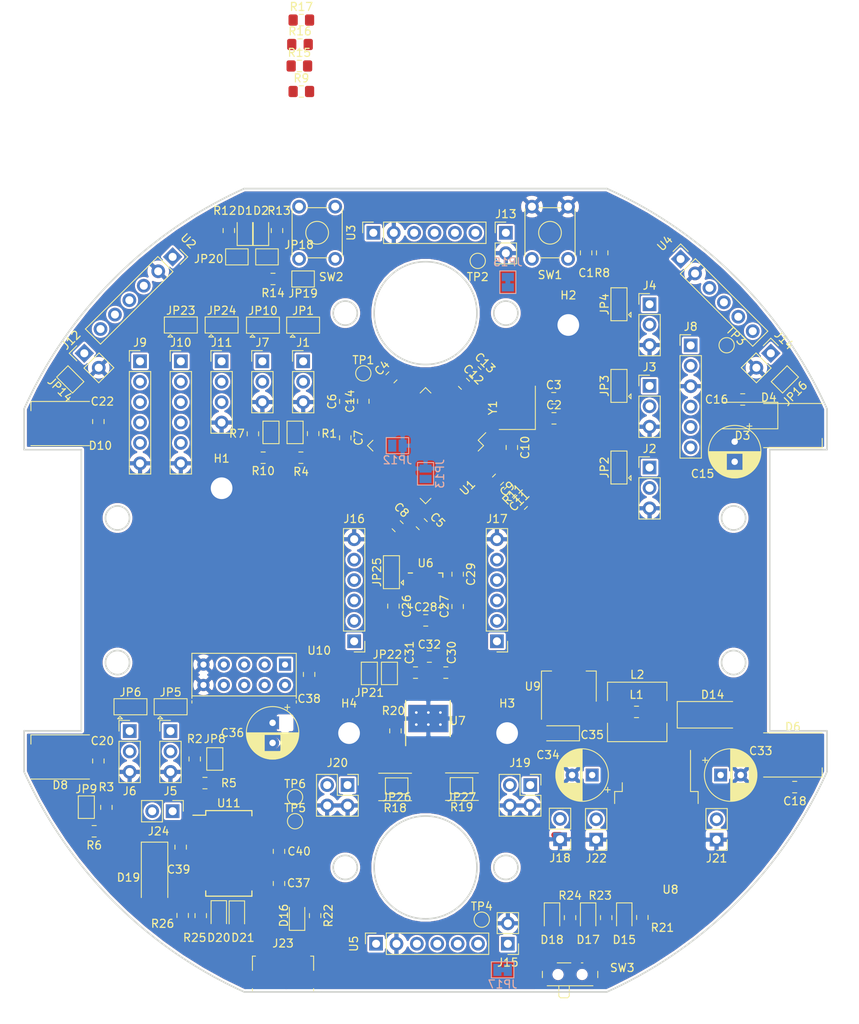
<source format=kicad_pcb>
(kicad_pcb (version 20171130) (host pcbnew "(5.1.5)-3")
  (layers (0 F.Cu signal) (31 B.Cu signal) (34 B.Paste user) (35 F.Paste user) (36 B.SilkS user) (37 F.SilkS user) (38 B.Mask user) (39 F.Mask user) (44 Edge.Cuts user))
  (net 0 "")
  (net 1 GND)
  (net 2 /NRST)
  (net 3 "Net-(C2-Pad1)")
  (net 4 "Net-(C3-Pad1)")
  (net 5 +3V3)
  (net 6 "Net-(C6-Pad1)")
  (net 7 "Net-(C8-Pad1)")
  (net 8 "Net-(C10-Pad1)")
  (net 9 "Net-(C14-Pad1)")
  (net 10 +5V)
  (net 11 "Net-(C16-Pad1)")
  (net 12 "Net-(C28-Pad1)")
  (net 13 "Net-(C29-Pad1)")
  (net 14 "Net-(C30-Pad1)")
  (net 15 VBAT)
  (net 16 "Net-(C31-Pad2)")
  (net 17 VBUS)
  (net 18 /LED_USR1)
  (net 19 "Net-(D1-Pad2)")
  (net 20 "Net-(D2-Pad2)")
  (net 21 /LED_USR2)
  (net 22 ADDR_LEDS)
  (net 23 "Net-(D4-Pad4)")
  (net 24 "Net-(D6-Pad4)")
  (net 25 "Net-(D10-Pad2)")
  (net 26 "Net-(D10-Pad4)")
  (net 27 "Net-(D14-Pad1)")
  (net 28 "Net-(D15-Pad2)")
  (net 29 "Net-(D16-Pad2)")
  (net 30 "Net-(D17-Pad2)")
  (net 31 "Net-(D18-Pad2)")
  (net 32 "Net-(D19-Pad1)")
  (net 33 "Net-(D20-Pad1)")
  (net 34 "Net-(D20-Pad2)")
  (net 35 "Net-(D21-Pad2)")
  (net 36 "Net-(D21-Pad1)")
  (net 37 Servo1)
  (net 38 "Net-(J1-Pad1)")
  (net 39 "Net-(J2-Pad1)")
  (net 40 Servo2)
  (net 41 Servo3)
  (net 42 "Net-(J3-Pad1)")
  (net 43 "Net-(J4-Pad1)")
  (net 44 "Net-(J5-Pad2)")
  (net 45 "Net-(J5-Pad1)")
  (net 46 "Net-(J6-Pad1)")
  (net 47 "Net-(J6-Pad2)")
  (net 48 /TCK)
  (net 49 /TMS)
  (net 50 UART6_TX)
  (net 51 UART6_RX)
  (net 52 "Net-(J9-Pad1)")
  (net 53 SPI1_NSS)
  (net 54 SPI1_SCK)
  (net 55 SPI1_MISO)
  (net 56 SPI1_MOSI)
  (net 57 "Net-(J10-Pad1)")
  (net 58 I2C2_SDA)
  (net 59 I2C2_SCL)
  (net 60 VL53l0_1_XSHUT)
  (net 61 VL53l0_2_XSHUT)
  (net 62 VL53l0_3_XSHUT)
  (net 63 VL53l0_4_XSHUT)
  (net 64 Encoder_L_B)
  (net 65 Encoder_L_A)
  (net 66 /Motor_driver/ML2)
  (net 67 /Motor_driver/ML1)
  (net 68 /Motor_driver/MR1)
  (net 69 /Motor_driver/MR2)
  (net 70 Encoder_R_A)
  (net 71 Encoder_R_B)
  (net 72 "Net-(J18-Pad2)")
  (net 73 "Net-(J23-Pad2)")
  (net 74 "Net-(J23-Pad3)")
  (net 75 "Net-(J23-Pad4)")
  (net 76 ADC1_8)
  (net 77 ADC1_9)
  (net 78 ADC1_15)
  (net 79 "Net-(JP14-Pad1)")
  (net 80 "Net-(JP15-Pad1)")
  (net 81 "Net-(JP16-Pad1)")
  (net 82 "Net-(JP17-Pad1)")
  (net 83 "Net-(JP18-Pad1)")
  (net 84 "Net-(JP19-Pad1)")
  (net 85 ML_PWM_H)
  (net 86 "Net-(JP20-Pad1)")
  (net 87 "Net-(JP21-Pad1)")
  (net 88 ML_PWM_L)
  (net 89 I2C1_SCL)
  (net 90 I2C1_SDA)
  (net 91 MPU_FSYNC)
  (net 92 MPU_INT)
  (net 93 VL53l0_1_INT)
  (net 94 MR_PWM_H)
  (net 95 MR_PWM_L)
  (net 96 NRF_IRQ)
  (net 97 NRF_CE)
  (net 98 NRF_nCSN)
  (net 99 SPI2_SCK)
  (net 100 SPI2_MISO)
  (net 101 SPI2_MOSI)
  (net 102 FTDI_TX)
  (net 103 FTDI_RX)
  (net 104 FTDI_CTS)
  (net 105 FTDI_RTS)
  (net 106 /Motor_driver/nFAULT)
  (net 107 "Net-(JP25-Pad2)")
  (net 108 "Net-(JP26-Pad2)")
  (net 109 "Net-(J1-Pad2)")
  (net 110 "Net-(J7-Pad2)")
  (net 111 "Net-(J7-Pad1)")
  (net 112 "Net-(J8-Pad6)")
  (net 113 "Net-(J9-Pad5)")
  (net 114 "Net-(J11-Pad1)")
  (net 115 ADC1_14)
  (net 116 "Net-(JP19-Pad2)")
  (net 117 "Net-(JP22-Pad1)")
  (net 118 "Net-(JP27-Pad2)")
  (net 119 "Net-(R11-Pad1)")
  (net 120 "Net-(R20-Pad2)")
  (net 121 "Net-(TP2-Pad1)")
  (net 122 "Net-(TP3-Pad1)")
  (net 123 "Net-(TP4-Pad1)")
  (net 124 "Net-(U6-Pad1)")
  (net 125 "Net-(U6-Pad6)")
  (net 126 "Net-(U6-Pad7)")
  (net 127 "Net-(U11-Pad6)")
  (net 128 "Net-(U11-Pad9)")
  (net 129 "Net-(U11-Pad10)")
  (net 130 "Net-(U11-Pad12)")
  (net 131 "Net-(U11-Pad13)")
  (net 132 "Net-(U11-Pad14)")
  (net 133 "Net-(U11-Pad26)")
  (net 134 "Net-(U11-Pad27)")
  (net 135 "Net-(U11-Pad28)")
  (net 136 "Net-(C37-Pad2)")
  (net 137 "Net-(TP5-Pad1)")
  (net 138 "Net-(TP6-Pad1)")
  (net 139 "Net-(SW3-Pad1)")
  (module MountingHole:MountingHole_2.7mm_M2.5 (layer F.Cu) (at 130.94351 128.08)
    (fp_text reference H4 (at 0 -3.7) (layer F.SilkS))
    (fp_text value MountingHole)
    (pad 1 np_thru_hole circle (at 0 0) (size 2.7 2.7) (drill 2.7) (layers *.Cu *.Mask))
  )
  (module MountingHole:MountingHole_2.7mm_M2.5 (layer F.Cu) (at 150.62851 128.08)
    (fp_text reference H3 (at 0 -3.7) (layer F.SilkS))
    (fp_text value MountingHole)
    (pad 1 np_thru_hole circle (at 0 0) (size 2.7 2.7) (drill 2.7) (layers *.Cu *.Mask))
  )
  (module MountingHole:MountingHole_2.7mm_M2.5 (layer F.Cu) (at 158.24851 77.28)
    (fp_text reference H2 (at 0 -3.7) (layer F.SilkS))
    (fp_text value MountingHole)
    (pad 1 np_thru_hole circle (at 0 0) (size 2.7 2.7) (drill 2.7) (layers *.Cu *.Mask))
  )
  (module MountingHole:MountingHole_2.7mm_M2.5 (layer F.Cu) (at 115.06851 97.6)
    (fp_text reference H1 (at 0 -3.7) (layer F.SilkS))
    (fp_text value MountingHole)
    (pad 1 np_thru_hole circle (at 0 0) (size 2.7 2.7) (drill 2.7) (layers *.Cu *.Mask))
  )
  (module Diode_SMD:D_SMA_Handsoldering (layer F.Cu) (at 179.94351 88.55 180)
    (fp_text reference D3 (at 0 -2.5) (layer F.SilkS))
    (fp_text value M7)
    (pad 2 smd rect (at 2.5 0 180) (size 3.5 1.8) (layers F.Cu F.Paste F.Mask) (net 10 +5V))
    (pad 1 smd rect (at -2.5 0 180) (size 3.5 1.8) (layers F.Cu F.Paste F.Mask) (net 11 "Net-(C16-Pad1)"))
  )
  (module RF:nRF24L01_Breakout_alt (layer F.Cu) (at 122.96851 119.55 270)
    (fp_text reference U10 (at -1.75 -4.25 180) (layer F.SilkS))
    (fp_text value NRF24L01_Breakout_alt)
    (pad 10 thru_hole circle (at 2.54 10.16 270) (size 1.524 1.524) (drill 0.762) (layers *.Cu *.Mask) (net 1 GND))
    (pad 9 thru_hole circle (at 0 10.16 270) (size 1.524 1.524) (drill 0.762) (layers *.Cu *.Mask) (net 1 GND))
    (pad 8 thru_hole circle (at 2.54 7.62 270) (size 1.524 1.524) (drill 0.762) (layers *.Cu *.Mask) (net 96 NRF_IRQ))
    (pad 7 thru_hole circle (at 0 7.62 270) (size 1.524 1.524) (drill 0.762) (layers *.Cu *.Mask) (net 100 SPI2_MISO))
    (pad 6 thru_hole circle (at 2.54 5.08 270) (size 1.524 1.524) (drill 0.762) (layers *.Cu *.Mask) (net 101 SPI2_MOSI))
    (pad 5 thru_hole circle (at 0 5.08 270) (size 1.524 1.524) (drill 0.762) (layers *.Cu *.Mask) (net 99 SPI2_SCK))
    (pad 4 thru_hole circle (at 2.54 2.54 270) (size 1.524 1.524) (drill 0.762) (layers *.Cu *.Mask) (net 98 NRF_nCSN))
    (pad 3 thru_hole circle (at 0 2.54 270) (size 1.524 1.524) (drill 0.762) (layers *.Cu *.Mask) (net 97 NRF_CE))
    (pad 2 thru_hole circle (at 2.54 0 270) (size 1.524 1.524) (drill 0.762) (layers *.Cu *.Mask) (net 5 +3V3))
    (pad 1 thru_hole rect (at 0 0 270) (size 1.524 1.524) (drill 0.762) (layers *.Cu *.Mask) (net 5 +3V3))
  )
  (module Capacitor_THT:CP_Radial_D6.3mm_P2.50mm (layer F.Cu) (at 121.41851 126.8 270)
    (fp_text reference C36 (at 1.25 5 180) (layer F.SilkS))
    (fp_text value 100uF)
    (pad 2 thru_hole circle (at 2.5 0 270) (size 1.6 1.6) (drill 0.8) (layers *.Cu *.Mask) (net 1 GND))
    (pad 1 thru_hole rect (at 0 0 270) (size 1.6 1.6) (drill 0.8) (layers *.Cu *.Mask) (net 5 +3V3))
  )
  (module TestPoint:TestPoint_Pad_D1.5mm (layer F.Cu) (at 124.21851 139.05)
    (fp_text reference TP5 (at 0 -1.648) (layer F.SilkS))
    (fp_text value TestPoint)
    (pad 1 smd circle (at 0 0) (size 1.5 1.5) (layers F.Cu F.Mask) (net 137 "Net-(TP5-Pad1)"))
  )
  (module TestPoint:TestPoint_Pad_D1.5mm (layer F.Cu) (at 124.21851 136.05)
    (fp_text reference TP6 (at 0 -1.648) (layer F.SilkS))
    (fp_text value TestPoint)
    (pad 1 smd circle (at 0 0) (size 1.5 1.5) (layers F.Cu F.Mask) (net 138 "Net-(TP6-Pad1)"))
  )
  (module Capacitor_THT:CP_Radial_D6.3mm_P2.50mm (layer F.Cu) (at 161.21851 133.3 180)
    (fp_text reference C34 (at 5.5 2.5) (layer F.SilkS))
    (fp_text value 220uF)
    (pad 1 thru_hole rect (at 0 0 180) (size 1.6 1.6) (drill 0.8) (layers *.Cu *.Mask) (net 10 +5V))
    (pad 2 thru_hole circle (at 2.5 0 180) (size 1.6 1.6) (drill 0.8) (layers *.Cu *.Mask) (net 1 GND))
  )
  (module Package_TO_SOT_SMD:SOT-223-3_TabPin2 (layer F.Cu) (at 158.31802 122.263 90)
    (fp_text reference U9 (at 0 -4.5 180) (layer F.SilkS))
    (fp_text value AMS1117-3.3)
    (pad 2 smd rect (at 3.15 0 90) (size 2 3.8) (layers F.Cu F.Paste F.Mask) (net 5 +3V3))
    (pad 2 smd rect (at -3.15 0 90) (size 2 1.5) (layers F.Cu F.Paste F.Mask) (net 5 +3V3))
    (pad 3 smd rect (at -3.15 2.3 90) (size 2 1.5) (layers F.Cu F.Paste F.Mask) (net 10 +5V))
    (pad 1 smd rect (at -3.15 -2.3 90) (size 2 1.5) (layers F.Cu F.Paste F.Mask) (net 1 GND))
  )
  (module Connector_PinHeader_2.54mm:PinHeader_1x06_P2.54mm_Vertical (layer F.Cu) (at 173.48851 79.82)
    (fp_text reference J8 (at 0 -2.33) (layer F.SilkS))
    (fp_text value Programming)
    (pad 6 thru_hole oval (at 0 12.7) (size 1.7 1.7) (drill 1) (layers *.Cu *.Mask) (net 112 "Net-(J8-Pad6)"))
    (pad 5 thru_hole oval (at 0 10.16) (size 1.7 1.7) (drill 1) (layers *.Cu *.Mask) (net 2 /NRST))
    (pad 4 thru_hole oval (at 0 7.62) (size 1.7 1.7) (drill 1) (layers *.Cu *.Mask) (net 49 /TMS))
    (pad 3 thru_hole oval (at 0 5.08) (size 1.7 1.7) (drill 1) (layers *.Cu *.Mask) (net 1 GND))
    (pad 2 thru_hole oval (at 0 2.54) (size 1.7 1.7) (drill 1) (layers *.Cu *.Mask) (net 48 /TCK))
    (pad 1 thru_hole rect (at 0 0) (size 1.7 1.7) (drill 1) (layers *.Cu *.Mask) (net 5 +3V3))
  )
  (module TestPoint:TestPoint_Pad_D1.5mm (layer F.Cu) (at 147.46851 151.3)
    (fp_text reference TP4 (at 0 -1.648) (layer F.SilkS))
    (fp_text value TestPoint)
    (pad 1 smd circle (at 0 0) (size 1.5 1.5) (layers F.Cu F.Mask) (net 123 "Net-(TP4-Pad1)"))
  )
  (module TestPoint:TestPoint_Pad_D1.5mm (layer F.Cu) (at 177.96851 79.8 315)
    (fp_text reference TP3 (at 0 -1.648 135) (layer F.SilkS))
    (fp_text value TestPoint)
    (pad 1 smd circle (at 0 0 315) (size 1.5 1.5) (layers F.Cu F.Mask) (net 122 "Net-(TP3-Pad1)"))
  )
  (module TestPoint:TestPoint_Pad_D1.5mm (layer F.Cu) (at 146.96851 69.3)
    (fp_text reference TP2 (at 0 2) (layer F.SilkS))
    (fp_text value TestPoint)
    (pad 1 smd circle (at 0 0) (size 1.5 1.5) (layers F.Cu F.Mask) (net 121 "Net-(TP2-Pad1)"))
  )
  (module Resistor_SMD:R_0805_2012Metric_Pad1.15x1.40mm_HandSolder (layer F.Cu) (at 120.24351 93.8 180)
    (fp_text reference R10 (at 0 -1.65) (layer F.SilkS))
    (fp_text value 1k)
    (pad 2 smd roundrect (at 1.025 0 180) (size 1.15 1.4) (layers F.Cu F.Paste F.Mask) (roundrect_rratio 0.217391) (net 78 ADC1_15))
    (pad 1 smd roundrect (at -1.025 0 180) (size 1.15 1.4) (layers F.Cu F.Paste F.Mask) (roundrect_rratio 0.217391) (net 1 GND))
  )
  (module Resistor_SMD:R_0805_2012Metric_Pad1.15x1.40mm_HandSolder (layer F.Cu) (at 118.96851 90.825 90)
    (fp_text reference R7 (at 0.025 -2 180) (layer F.SilkS))
    (fp_text value 1k)
    (pad 2 smd roundrect (at 1.025 0 90) (size 1.15 1.4) (layers F.Cu F.Paste F.Mask) (roundrect_rratio 0.217391) (net 110 "Net-(J7-Pad2)"))
    (pad 1 smd roundrect (at -1.025 0 90) (size 1.15 1.4) (layers F.Cu F.Paste F.Mask) (roundrect_rratio 0.217391) (net 78 ADC1_15))
  )
  (module Jumper:SolderJumper-2_P1.3mm_Bridged_Pad1.0x1.5mm (layer F.Cu) (at 121.21851 90.65 270)
    (fp_text reference JP11 hide)
    (fp_text value SolderJumper_2_Bridged)
    (fp_poly (pts (xy -0.25 -0.3) (xy 0.25 -0.3) (xy 0.25 0.3) (xy -0.25 0.3)) (layer F.Cu) (width 0))
    (pad 1 smd rect (at -0.65 0 270) (size 1 1.5) (layers F.Cu F.Mask) (net 110 "Net-(J7-Pad2)"))
    (pad 2 smd rect (at 0.65 0 270) (size 1 1.5) (layers F.Cu F.Mask) (net 78 ADC1_15))
  )
  (module Jumper:SolderJumper-3_P1.3mm_Bridged12_Pad1.0x1.5mm (layer F.Cu) (at 120.21851 77.3)
    (fp_text reference JP10 (at 0 -1.8) (layer F.SilkS))
    (fp_text value SolderJumper_3_Bridged12)
    (fp_poly (pts (xy -0.9 -0.3) (xy -0.4 -0.3) (xy -0.4 0.3) (xy -0.9 0.3)) (layer F.Cu) (width 0))
    (pad 2 smd rect (at 0 0) (size 1 1.5) (layers F.Cu F.Mask) (net 111 "Net-(J7-Pad1)"))
    (pad 3 smd rect (at 1.3 0) (size 1 1.5) (layers F.Cu F.Mask) (net 10 +5V))
    (pad 1 smd rect (at -1.3 0) (size 1 1.5) (layers F.Cu F.Mask) (net 5 +3V3))
  )
  (module Connector_PinHeader_2.54mm:PinHeader_1x03_P2.54mm_Vertical (layer F.Cu) (at 120.14851 81.8)
    (fp_text reference J7 (at 0 -2.33) (layer F.SilkS))
    (fp_text value AN15)
    (pad 1 thru_hole rect (at 0 0) (size 1.7 1.7) (drill 1) (layers *.Cu *.Mask) (net 111 "Net-(J7-Pad1)"))
    (pad 2 thru_hole oval (at 0 2.54) (size 1.7 1.7) (drill 1) (layers *.Cu *.Mask) (net 110 "Net-(J7-Pad2)"))
    (pad 3 thru_hole oval (at 0 5.08) (size 1.7 1.7) (drill 1) (layers *.Cu *.Mask) (net 1 GND))
  )
  (module Capacitor_SMD:C_0805_2012Metric_Pad1.15x1.40mm_HandSolder (layer F.Cu) (at 160.46851 68.3 90)
    (fp_text reference C1 (at -2.5 0 180) (layer F.SilkS))
    (fp_text value 100nF)
    (pad 2 smd roundrect (at 1.025 0 90) (size 1.15 1.4) (layers F.Cu F.Paste F.Mask) (roundrect_rratio 0.217391) (net 1 GND))
    (pad 1 smd roundrect (at -1.025 0 90) (size 1.15 1.4) (layers F.Cu F.Paste F.Mask) (roundrect_rratio 0.217391) (net 2 /NRST))
  )
  (module Capacitor_SMD:C_0805_2012Metric_Pad1.15x1.40mm_HandSolder (layer F.Cu) (at 156.46202 88.9)
    (fp_text reference C2 (at 0 -1.65) (layer F.SilkS))
    (fp_text value 18pF)
    (pad 1 smd roundrect (at -1.025 0) (size 1.15 1.4) (layers F.Cu F.Paste F.Mask) (roundrect_rratio 0.217391) (net 3 "Net-(C2-Pad1)"))
    (pad 2 smd roundrect (at 1.025 0) (size 1.15 1.4) (layers F.Cu F.Paste F.Mask) (roundrect_rratio 0.217391) (net 1 GND))
  )
  (module Capacitor_SMD:C_0805_2012Metric_Pad1.15x1.40mm_HandSolder (layer F.Cu) (at 156.43702 86.4)
    (fp_text reference C3 (at 0 -1.65) (layer F.SilkS))
    (fp_text value 18pF)
    (pad 2 smd roundrect (at 1.025 0) (size 1.15 1.4) (layers F.Cu F.Paste F.Mask) (roundrect_rratio 0.217391) (net 1 GND))
    (pad 1 smd roundrect (at -1.025 0) (size 1.15 1.4) (layers F.Cu F.Paste F.Mask) (roundrect_rratio 0.217391) (net 4 "Net-(C3-Pad1)"))
  )
  (module Capacitor_SMD:C_0805_2012Metric_Pad1.15x1.40mm_HandSolder (layer F.Cu) (at 136.21851 83.8 45)
    (fp_text reference C4 (at 0 -1.65 45) (layer F.SilkS))
    (fp_text value 100nF)
    (pad 1 smd roundrect (at -1.025 0 45) (size 1.15 1.4) (layers F.Cu F.Paste F.Mask) (roundrect_rratio 0.217391) (net 5 +3V3))
    (pad 2 smd roundrect (at 1.025 0 45) (size 1.15 1.4) (layers F.Cu F.Paste F.Mask) (roundrect_rratio 0.217391) (net 1 GND))
  )
  (module Capacitor_SMD:C_0805_2012Metric_Pad1.15x1.40mm_HandSolder (layer F.Cu) (at 139.993726 102.075216 315)
    (fp_text reference C5 (at 1.024999 -1.767767 135) (layer F.SilkS))
    (fp_text value 100nF)
    (pad 2 smd roundrect (at 1.025 0 315) (size 1.15 1.4) (layers F.Cu F.Paste F.Mask) (roundrect_rratio 0.217391) (net 1 GND))
    (pad 1 smd roundrect (at -1.025 0 315) (size 1.15 1.4) (layers F.Cu F.Paste F.Mask) (roundrect_rratio 0.217391) (net 5 +3V3))
  )
  (module Capacitor_SMD:C_0805_2012Metric_Pad1.15x1.40mm_HandSolder (layer F.Cu) (at 130.46851 86.8 90)
    (fp_text reference C6 (at 0 -1.65 90) (layer F.SilkS))
    (fp_text value 2.2uF)
    (pad 1 smd roundrect (at -1.025 0 90) (size 1.15 1.4) (layers F.Cu F.Paste F.Mask) (roundrect_rratio 0.217391) (net 6 "Net-(C6-Pad1)"))
    (pad 2 smd roundrect (at 1.025 0 90) (size 1.15 1.4) (layers F.Cu F.Paste F.Mask) (roundrect_rratio 0.217391) (net 1 GND))
  )
  (module Capacitor_SMD:C_0805_2012Metric_Pad1.15x1.40mm_HandSolder (layer F.Cu) (at 130.46851 91.325 270)
    (fp_text reference C7 (at 0 -1.65 90) (layer F.SilkS))
    (fp_text value 100nF)
    (pad 1 smd roundrect (at -1.025 0 270) (size 1.15 1.4) (layers F.Cu F.Paste F.Mask) (roundrect_rratio 0.217391) (net 5 +3V3))
    (pad 2 smd roundrect (at 1.025 0 270) (size 1.15 1.4) (layers F.Cu F.Paste F.Mask) (roundrect_rratio 0.217391) (net 1 GND))
  )
  (module Capacitor_SMD:C_0805_2012Metric_Pad1.15x1.40mm_HandSolder (layer F.Cu) (at 136.993726 102.325216 315)
    (fp_text reference C8 (at -1.096321 -1.767767 135) (layer F.SilkS))
    (fp_text value 2.2uF)
    (pad 2 smd roundrect (at 1.025 0 315) (size 1.15 1.4) (layers F.Cu F.Paste F.Mask) (roundrect_rratio 0.217391) (net 1 GND))
    (pad 1 smd roundrect (at -1.025 0 315) (size 1.15 1.4) (layers F.Cu F.Paste F.Mask) (roundrect_rratio 0.217391) (net 7 "Net-(C8-Pad1)"))
  )
  (module Capacitor_SMD:C_0805_2012Metric_Pad1.15x1.40mm_HandSolder (layer F.Cu) (at 149.493726 96.524784 225)
    (fp_text reference C9 (at 0 -1.65 45) (layer F.SilkS))
    (fp_text value 100nF)
    (pad 2 smd roundrect (at 1.025 0 225) (size 1.15 1.4) (layers F.Cu F.Paste F.Mask) (roundrect_rratio 0.217391) (net 1 GND))
    (pad 1 smd roundrect (at -1.025 0 225) (size 1.15 1.4) (layers F.Cu F.Paste F.Mask) (roundrect_rratio 0.217391) (net 5 +3V3))
  )
  (module Capacitor_SMD:C_0805_2012Metric_Pad1.15x1.40mm_HandSolder (layer F.Cu) (at 151.21851 92.525 270)
    (fp_text reference C10 (at 0 -1.65 90) (layer F.SilkS))
    (fp_text value 100nF)
    (pad 1 smd roundrect (at -1.025 0 270) (size 1.15 1.4) (layers F.Cu F.Paste F.Mask) (roundrect_rratio 0.217391) (net 8 "Net-(C10-Pad1)"))
    (pad 2 smd roundrect (at 1.025 0 270) (size 1.15 1.4) (layers F.Cu F.Paste F.Mask) (roundrect_rratio 0.217391) (net 5 +3V3))
  )
  (module Capacitor_SMD:C_0805_2012Metric_Pad1.15x1.40mm_HandSolder (layer F.Cu) (at 150.96851 98.05 225)
    (fp_text reference C11 (at 0 -1.65 45) (layer F.SilkS))
    (fp_text value 10uF)
    (pad 1 smd roundrect (at -1.025 0 225) (size 1.15 1.4) (layers F.Cu F.Paste F.Mask) (roundrect_rratio 0.217391) (net 5 +3V3))
    (pad 2 smd roundrect (at 1.025 0 225) (size 1.15 1.4) (layers F.Cu F.Paste F.Mask) (roundrect_rratio 0.217391) (net 1 GND))
  )
  (module Capacitor_SMD:C_0805_2012Metric_Pad1.15x1.40mm_HandSolder (layer F.Cu) (at 145.255101 84.602892 315)
    (fp_text reference C12 (at 0 -1.65 135) (layer F.SilkS))
    (fp_text value 1uF)
    (pad 2 smd roundrect (at 1.025 0 315) (size 1.15 1.4) (layers F.Cu F.Paste F.Mask) (roundrect_rratio 0.217391) (net 1 GND))
    (pad 1 smd roundrect (at -1.025 0 315) (size 1.15 1.4) (layers F.Cu F.Paste F.Mask) (roundrect_rratio 0.217391) (net 5 +3V3))
  )
  (module Capacitor_SMD:C_0805_2012Metric_Pad1.15x1.40mm_HandSolder (layer F.Cu) (at 146.697252 83.148013 315)
    (fp_text reference C13 (at 0 -1.65 135) (layer F.SilkS))
    (fp_text value 100nF)
    (pad 1 smd roundrect (at -1.025 0 315) (size 1.15 1.4) (layers F.Cu F.Paste F.Mask) (roundrect_rratio 0.217391) (net 5 +3V3))
    (pad 2 smd roundrect (at 1.025 0 315) (size 1.15 1.4) (layers F.Cu F.Paste F.Mask) (roundrect_rratio 0.217391) (net 1 GND))
  )
  (module Capacitor_SMD:C_0805_2012Metric_Pad1.15x1.40mm_HandSolder (layer F.Cu) (at 132.71851 86.775 90)
    (fp_text reference C14 (at 0 -1.65 90) (layer F.SilkS))
    (fp_text value 4.7uF)
    (pad 2 smd roundrect (at 1.025 0 90) (size 1.15 1.4) (layers F.Cu F.Paste F.Mask) (roundrect_rratio 0.217391) (net 1 GND))
    (pad 1 smd roundrect (at -1.025 0 90) (size 1.15 1.4) (layers F.Cu F.Paste F.Mask) (roundrect_rratio 0.217391) (net 9 "Net-(C14-Pad1)"))
  )
  (module Capacitor_THT:CP_Radial_D6.3mm_P2.50mm (layer F.Cu) (at 178.96851 91.8 270)
    (fp_text reference C15 (at 4 4 180) (layer F.SilkS))
    (fp_text value 100uF)
    (pad 2 thru_hole circle (at 2.5 0 270) (size 1.6 1.6) (drill 0.8) (layers *.Cu *.Mask) (net 1 GND))
    (pad 1 thru_hole rect (at 0 0 270) (size 1.6 1.6) (drill 0.8) (layers *.Cu *.Mask) (net 10 +5V))
  )
  (module Capacitor_SMD:C_0805_2012Metric_Pad1.15x1.40mm_HandSolder (layer F.Cu) (at 179.96851 86.55 180)
    (fp_text reference C16 (at 3.25 0) (layer F.SilkS))
    (fp_text value 100nF)
    (pad 1 smd roundrect (at -1.025 0 180) (size 1.15 1.4) (layers F.Cu F.Paste F.Mask) (roundrect_rratio 0.217391) (net 11 "Net-(C16-Pad1)"))
    (pad 2 smd roundrect (at 1.025 0 180) (size 1.15 1.4) (layers F.Cu F.Paste F.Mask) (roundrect_rratio 0.217391) (net 1 GND))
  )
  (module Capacitor_SMD:C_0805_2012Metric_Pad1.15x1.40mm_HandSolder (layer F.Cu) (at 186.44351 134.8)
    (fp_text reference C18 (at 0.025 1.75) (layer F.SilkS))
    (fp_text value 100nF)
    (pad 2 smd roundrect (at 1.025 0) (size 1.15 1.4) (layers F.Cu F.Paste F.Mask) (roundrect_rratio 0.217391) (net 1 GND))
    (pad 1 smd roundrect (at -1.025 0) (size 1.15 1.4) (layers F.Cu F.Paste F.Mask) (roundrect_rratio 0.217391) (net 10 +5V))
  )
  (module Capacitor_SMD:C_0805_2012Metric_Pad1.15x1.40mm_HandSolder (layer F.Cu) (at 99.71851 131.55 90)
    (fp_text reference C20 (at 2.5 0.5 180) (layer F.SilkS))
    (fp_text value 100nF)
    (pad 1 smd roundrect (at -1.025 0 90) (size 1.15 1.4) (layers F.Cu F.Paste F.Mask) (roundrect_rratio 0.217391) (net 10 +5V))
    (pad 2 smd roundrect (at 1.025 0 90) (size 1.15 1.4) (layers F.Cu F.Paste F.Mask) (roundrect_rratio 0.217391) (net 1 GND))
  )
  (module Capacitor_SMD:C_0805_2012Metric_Pad1.15x1.40mm_HandSolder (layer F.Cu) (at 99.71851 89.3 90)
    (fp_text reference C22 (at 2.5 0.5 180) (layer F.SilkS))
    (fp_text value 100nF)
    (pad 2 smd roundrect (at 1.025 0 90) (size 1.15 1.4) (layers F.Cu F.Paste F.Mask) (roundrect_rratio 0.217391) (net 1 GND))
    (pad 1 smd roundrect (at -1.025 0 90) (size 1.15 1.4) (layers F.Cu F.Paste F.Mask) (roundrect_rratio 0.217391) (net 10 +5V))
  )
  (module Capacitor_SMD:C_0805_2012Metric_Pad1.15x1.40mm_HandSolder (layer F.Cu) (at 136.46851 112.275 270)
    (fp_text reference C26 (at 0 -1.65 90) (layer F.SilkS))
    (fp_text value 10nF)
    (pad 1 smd roundrect (at -1.025 0 270) (size 1.15 1.4) (layers F.Cu F.Paste F.Mask) (roundrect_rratio 0.217391) (net 1 GND))
    (pad 2 smd roundrect (at 1.025 0 270) (size 1.15 1.4) (layers F.Cu F.Paste F.Mask) (roundrect_rratio 0.217391) (net 5 +3V3))
  )
  (module Capacitor_SMD:C_0805_2012Metric_Pad1.15x1.40mm_HandSolder (layer F.Cu) (at 144.46851 112.325 90)
    (fp_text reference C27 (at 0 -1.65 90) (layer F.SilkS))
    (fp_text value 100nF)
    (pad 2 smd roundrect (at 1.025 0 90) (size 1.15 1.4) (layers F.Cu F.Paste F.Mask) (roundrect_rratio 0.217391) (net 5 +3V3))
    (pad 1 smd roundrect (at -1.025 0 90) (size 1.15 1.4) (layers F.Cu F.Paste F.Mask) (roundrect_rratio 0.217391) (net 1 GND))
  )
  (module Capacitor_SMD:C_0805_2012Metric_Pad1.15x1.40mm_HandSolder (layer F.Cu) (at 140.49351 114.05)
    (fp_text reference C28 (at 0 -1.65) (layer F.SilkS))
    (fp_text value 100nF)
    (pad 1 smd roundrect (at -1.025 0) (size 1.15 1.4) (layers F.Cu F.Paste F.Mask) (roundrect_rratio 0.217391) (net 12 "Net-(C28-Pad1)"))
    (pad 2 smd roundrect (at 1.025 0) (size 1.15 1.4) (layers F.Cu F.Paste F.Mask) (roundrect_rratio 0.217391) (net 1 GND))
  )
  (module Capacitor_SMD:C_0805_2012Metric_Pad1.15x1.40mm_HandSolder (layer F.Cu) (at 144.46851 108.3 270)
    (fp_text reference C29 (at 0 -1.65 90) (layer F.SilkS))
    (fp_text value 2.2nF)
    (pad 2 smd roundrect (at 1.025 0 270) (size 1.15 1.4) (layers F.Cu F.Paste F.Mask) (roundrect_rratio 0.217391) (net 1 GND))
    (pad 1 smd roundrect (at -1.025 0 270) (size 1.15 1.4) (layers F.Cu F.Paste F.Mask) (roundrect_rratio 0.217391) (net 13 "Net-(C29-Pad1)"))
  )
  (module Capacitor_SMD:C_0805_2012Metric_Pad1.15x1.40mm_HandSolder (layer F.Cu) (at 142.99351 120.55 180)
    (fp_text reference C30 (at -0.725 2.5 90) (layer F.SilkS))
    (fp_text value 10nF)
    (pad 1 smd roundrect (at -1.025 0 180) (size 1.15 1.4) (layers F.Cu F.Paste F.Mask) (roundrect_rratio 0.217391) (net 14 "Net-(C30-Pad1)"))
    (pad 2 smd roundrect (at 1.025 0 180) (size 1.15 1.4) (layers F.Cu F.Paste F.Mask) (roundrect_rratio 0.217391) (net 15 VBAT))
  )
  (module Capacitor_SMD:C_0805_2012Metric_Pad1.15x1.40mm_HandSolder (layer F.Cu) (at 139.21851 120.55 180)
    (fp_text reference C31 (at 0.75 2.5 90) (layer F.SilkS))
    (fp_text value 2.2uF)
    (pad 2 smd roundrect (at 1.025 0 180) (size 1.15 1.4) (layers F.Cu F.Paste F.Mask) (roundrect_rratio 0.217391) (net 16 "Net-(C31-Pad2)"))
    (pad 1 smd roundrect (at -1.025 0 180) (size 1.15 1.4) (layers F.Cu F.Paste F.Mask) (roundrect_rratio 0.217391) (net 1 GND))
  )
  (module Capacitor_SMD:C_0805_2012Metric_Pad1.15x1.40mm_HandSolder (layer F.Cu) (at 140.94351 118.55 180)
    (fp_text reference C32 (at 0 1.5) (layer F.SilkS))
    (fp_text value 10uF)
    (pad 1 smd roundrect (at -1.025 0 180) (size 1.15 1.4) (layers F.Cu F.Paste F.Mask) (roundrect_rratio 0.217391) (net 15 VBAT))
    (pad 2 smd roundrect (at 1.025 0 180) (size 1.15 1.4) (layers F.Cu F.Paste F.Mask) (roundrect_rratio 0.217391) (net 1 GND))
  )
  (module Capacitor_THT:CP_Radial_D6.3mm_P2.50mm (layer F.Cu) (at 177.21851 133.3)
    (fp_text reference C33 (at 5 -3) (layer F.SilkS))
    (fp_text value 680uF)
    (pad 1 thru_hole rect (at 0 0) (size 1.6 1.6) (drill 0.8) (layers *.Cu *.Mask) (net 15 VBAT))
    (pad 2 thru_hole circle (at 2.5 0) (size 1.6 1.6) (drill 0.8) (layers *.Cu *.Mask) (net 1 GND))
  )
  (module Capacitor_Tantalum_SMD:CP_EIA-3216-18_Kemet-A_Pad1.58x1.35mm_HandSolder (layer F.Cu) (at 157.15601 128.105 180)
    (fp_text reference C35 (at -4.0625 -0.195) (layer F.SilkS))
    (fp_text value 10uF)
    (pad 1 smd roundrect (at -1.4375 0 180) (size 1.575 1.35) (layers F.Cu F.Paste F.Mask) (roundrect_rratio 0.185185) (net 5 +3V3))
    (pad 2 smd roundrect (at 1.4375 0 180) (size 1.575 1.35) (layers F.Cu F.Paste F.Mask) (roundrect_rratio 0.185185) (net 1 GND))
  )
  (module Capacitor_SMD:C_0805_2012Metric_Pad1.15x1.40mm_HandSolder (layer F.Cu) (at 109.96851 142.275 90)
    (fp_text reference C39 (at -2.775 -0.25 180) (layer F.SilkS))
    (fp_text value 100nF)
    (pad 2 smd roundrect (at 1.025 0 90) (size 1.15 1.4) (layers F.Cu F.Paste F.Mask) (roundrect_rratio 0.217391) (net 10 +5V))
    (pad 1 smd roundrect (at -1.025 0 90) (size 1.15 1.4) (layers F.Cu F.Paste F.Mask) (roundrect_rratio 0.217391) (net 1 GND))
  )
  (module Capacitor_SMD:C_0805_2012Metric_Pad1.15x1.40mm_HandSolder (layer F.Cu) (at 122.21851 142.8 270)
    (fp_text reference C40 (at 0 -2.5 180) (layer F.SilkS))
    (fp_text value 4.7uF)
    (pad 1 smd roundrect (at -1.025 0 270) (size 1.15 1.4) (layers F.Cu F.Paste F.Mask) (roundrect_rratio 0.217391) (net 1 GND))
    (pad 2 smd roundrect (at 1.025 0 270) (size 1.15 1.4) (layers F.Cu F.Paste F.Mask) (roundrect_rratio 0.217391) (net 10 +5V))
  )
  (module Capacitor_SMD:C_0805_2012Metric_Pad1.15x1.40mm_HandSolder (layer F.Cu) (at 122.21851 146.8 90)
    (fp_text reference C37 (at 0.05 2.45 180) (layer F.SilkS))
    (fp_text value 100nF)
    (pad 1 smd roundrect (at -1.025 0 90) (size 1.15 1.4) (layers F.Cu F.Paste F.Mask) (roundrect_rratio 0.217391) (net 1 GND))
    (pad 2 smd roundrect (at 1.025 0 90) (size 1.15 1.4) (layers F.Cu F.Paste F.Mask) (roundrect_rratio 0.217391) (net 136 "Net-(C37-Pad2)"))
  )
  (module Capacitor_SMD:C_0805_2012Metric_Pad1.15x1.40mm_HandSolder (layer F.Cu) (at 125.96851 120.775 270)
    (fp_text reference C38 (at 3.025 0 180) (layer F.SilkS))
    (fp_text value Unpopulated)
    (pad 2 smd roundrect (at 1.025 0 270) (size 1.15 1.4) (layers F.Cu F.Paste F.Mask) (roundrect_rratio 0.217391) (net 1 GND))
    (pad 1 smd roundrect (at -1.025 0 270) (size 1.15 1.4) (layers F.Cu F.Paste F.Mask) (roundrect_rratio 0.217391) (net 5 +3V3))
  )
  (module LED_SMD:LED_0805_2012Metric_Pad1.15x1.40mm_HandSolder (layer F.Cu) (at 117.96851 65.525 90)
    (fp_text reference D1 (at 2.475 0 180) (layer F.SilkS))
    (fp_text value LED_Blue)
    (pad 1 smd roundrect (at -1.025 0 90) (size 1.15 1.4) (layers F.Cu F.Paste F.Mask) (roundrect_rratio 0.217391) (net 18 /LED_USR1))
    (pad 2 smd roundrect (at 1.025 0 90) (size 1.15 1.4) (layers F.Cu F.Paste F.Mask) (roundrect_rratio 0.217391) (net 19 "Net-(D1-Pad2)"))
  )
  (module LED_SMD:LED_0805_2012Metric_Pad1.15x1.40mm_HandSolder (layer F.Cu) (at 119.96851 65.525 90)
    (fp_text reference D2 (at 2.475 0 180) (layer F.SilkS))
    (fp_text value LED_Blue)
    (pad 2 smd roundrect (at 1.025 0 90) (size 1.15 1.4) (layers F.Cu F.Paste F.Mask) (roundrect_rratio 0.217391) (net 20 "Net-(D2-Pad2)"))
    (pad 1 smd roundrect (at -1.025 0 90) (size 1.15 1.4) (layers F.Cu F.Paste F.Mask) (roundrect_rratio 0.217391) (net 21 /LED_USR2))
  )
  (module LED_SMD:LED_SK6812_PLCC4_5.0x5.0mm_P3.2mm (layer F.Cu) (at 186.21851 89.8)
    (fp_text reference D4 (at -3 -3.5) (layer F.SilkS))
    (fp_text value SK6812)
    (pad 1 smd rect (at 2.45 1.6) (size 1.5 1) (layers F.Cu F.Paste F.Mask) (net 1 GND))
    (pad 2 smd rect (at 2.45 -1.6) (size 1.5 1) (layers F.Cu F.Paste F.Mask) (net 22 ADDR_LEDS))
    (pad 4 smd rect (at -2.45 1.6) (size 1.5 1) (layers F.Cu F.Paste F.Mask) (net 23 "Net-(D4-Pad4)"))
    (pad 3 smd rect (at -2.45 -1.6) (size 1.5 1) (layers F.Cu F.Paste F.Mask) (net 11 "Net-(C16-Pad1)"))
  )
  (module LED_SMD:LED_SK6812_PLCC4_5.0x5.0mm_P3.2mm (layer F.Cu) (at 186.21851 130.8)
    (fp_text reference D6 (at 0 -3.5) (layer F.SilkS))
    (fp_text value SK6812)
    (pad 3 smd rect (at -2.45 -1.6) (size 1.5 1) (layers F.Cu F.Paste F.Mask) (net 10 +5V))
    (pad 4 smd rect (at -2.45 1.6) (size 1.5 1) (layers F.Cu F.Paste F.Mask) (net 24 "Net-(D6-Pad4)"))
    (pad 2 smd rect (at 2.45 -1.6) (size 1.5 1) (layers F.Cu F.Paste F.Mask) (net 23 "Net-(D4-Pad4)"))
    (pad 1 smd rect (at 2.45 1.6) (size 1.5 1) (layers F.Cu F.Paste F.Mask) (net 1 GND))
  )
  (module LED_SMD:LED_SK6812_PLCC4_5.0x5.0mm_P3.2mm (layer F.Cu) (at 94.96851 131.05 180)
    (fp_text reference D8 (at 0 -3.5) (layer F.SilkS))
    (fp_text value SK6812)
    (pad 3 smd rect (at -2.45 -1.6 180) (size 1.5 1) (layers F.Cu F.Paste F.Mask) (net 10 +5V))
    (pad 4 smd rect (at -2.45 1.6 180) (size 1.5 1) (layers F.Cu F.Paste F.Mask) (net 25 "Net-(D10-Pad2)"))
    (pad 2 smd rect (at 2.45 -1.6 180) (size 1.5 1) (layers F.Cu F.Paste F.Mask) (net 24 "Net-(D6-Pad4)"))
    (pad 1 smd rect (at 2.45 1.6 180) (size 1.5 1) (layers F.Cu F.Paste F.Mask) (net 1 GND))
  )
  (module LED_SMD:LED_SK6812_PLCC4_5.0x5.0mm_P3.2mm (layer F.Cu) (at 94.96851 89.55 180)
    (fp_text reference D10 (at -5 -2.75) (layer F.SilkS))
    (fp_text value SK6812)
    (pad 1 smd rect (at 2.45 1.6 180) (size 1.5 1) (layers F.Cu F.Paste F.Mask) (net 1 GND))
    (pad 2 smd rect (at 2.45 -1.6 180) (size 1.5 1) (layers F.Cu F.Paste F.Mask) (net 25 "Net-(D10-Pad2)"))
    (pad 4 smd rect (at -2.45 1.6 180) (size 1.5 1) (layers F.Cu F.Paste F.Mask) (net 26 "Net-(D10-Pad4)"))
    (pad 3 smd rect (at -2.45 -1.6 180) (size 1.5 1) (layers F.Cu F.Paste F.Mask) (net 10 +5V))
  )
  (module Diode_SMD:D_SMA_Handsoldering (layer F.Cu) (at 176.21851 125.8)
    (fp_text reference D14 (at 0 -2.5) (layer F.SilkS))
    (fp_text value SS14)
    (pad 1 smd rect (at -2.5 0) (size 3.5 1.8) (layers F.Cu F.Paste F.Mask) (net 27 "Net-(D14-Pad1)"))
    (pad 2 smd rect (at 2.5 0) (size 3.5 1.8) (layers F.Cu F.Paste F.Mask) (net 1 GND))
  )
  (module LED_SMD:LED_0805_2012Metric_Pad1.15x1.40mm_HandSolder (layer F.Cu) (at 165.21851 151.075 270)
    (fp_text reference D15 (at 2.725 0 180) (layer F.SilkS))
    (fp_text value LED_Red)
    (pad 2 smd roundrect (at 1.025 0 270) (size 1.15 1.4) (layers F.Cu F.Paste F.Mask) (roundrect_rratio 0.217391) (net 28 "Net-(D15-Pad2)"))
    (pad 1 smd roundrect (at -1.025 0 270) (size 1.15 1.4) (layers F.Cu F.Paste F.Mask) (roundrect_rratio 0.217391) (net 1 GND))
  )
  (module LED_SMD:LED_0805_2012Metric_Pad1.15x1.40mm_HandSolder (layer F.Cu) (at 124.46851 150.775 90)
    (fp_text reference D16 (at 0 -1.65 90) (layer F.SilkS))
    (fp_text value LED_Yellow)
    (pad 1 smd roundrect (at -1.025 0 90) (size 1.15 1.4) (layers F.Cu F.Paste F.Mask) (roundrect_rratio 0.217391) (net 1 GND))
    (pad 2 smd roundrect (at 1.025 0 90) (size 1.15 1.4) (layers F.Cu F.Paste F.Mask) (roundrect_rratio 0.217391) (net 29 "Net-(D16-Pad2)"))
  )
  (module LED_SMD:LED_0805_2012Metric_Pad1.15x1.40mm_HandSolder (layer F.Cu) (at 160.71851 151.075 270)
    (fp_text reference D17 (at 2.725 0 180) (layer F.SilkS))
    (fp_text value LED_Green)
    (pad 1 smd roundrect (at -1.025 0 270) (size 1.15 1.4) (layers F.Cu F.Paste F.Mask) (roundrect_rratio 0.217391) (net 1 GND))
    (pad 2 smd roundrect (at 1.025 0 270) (size 1.15 1.4) (layers F.Cu F.Paste F.Mask) (roundrect_rratio 0.217391) (net 30 "Net-(D17-Pad2)"))
  )
  (module LED_SMD:LED_0805_2012Metric_Pad1.15x1.40mm_HandSolder (layer F.Cu) (at 156.21851 151.075 270)
    (fp_text reference D18 (at 2.725 0 180) (layer F.SilkS))
    (fp_text value LED_Green)
    (pad 2 smd roundrect (at 1.025 0 270) (size 1.15 1.4) (layers F.Cu F.Paste F.Mask) (roundrect_rratio 0.217391) (net 31 "Net-(D18-Pad2)"))
    (pad 1 smd roundrect (at -1.025 0 270) (size 1.15 1.4) (layers F.Cu F.Paste F.Mask) (roundrect_rratio 0.217391) (net 1 GND))
  )
  (module Diode_SMD:D_SMA_Handsoldering (layer F.Cu) (at 106.71851 146.05 270)
    (fp_text reference D19 (at 0 3.25 180) (layer F.SilkS))
    (fp_text value D_Zener_Small)
    (pad 1 smd rect (at -2.5 0 270) (size 3.5 1.8) (layers F.Cu F.Paste F.Mask) (net 32 "Net-(D19-Pad1)"))
    (pad 2 smd rect (at 2.5 0 270) (size 3.5 1.8) (layers F.Cu F.Paste F.Mask) (net 17 VBUS))
  )
  (module LED_SMD:LED_0805_2012Metric_Pad1.15x1.40mm_HandSolder (layer F.Cu) (at 114.71851 150.8 270)
    (fp_text reference D20 (at 2.75 0 180) (layer F.SilkS))
    (fp_text value Yellow)
    (pad 1 smd roundrect (at -1.025 0 270) (size 1.15 1.4) (layers F.Cu F.Paste F.Mask) (roundrect_rratio 0.217391) (net 33 "Net-(D20-Pad1)"))
    (pad 2 smd roundrect (at 1.025 0 270) (size 1.15 1.4) (layers F.Cu F.Paste F.Mask) (roundrect_rratio 0.217391) (net 34 "Net-(D20-Pad2)"))
  )
  (module LED_SMD:LED_0805_2012Metric_Pad1.15x1.40mm_HandSolder (layer F.Cu) (at 116.96851 150.825 270)
    (fp_text reference D21 (at 2.725 -0.75 180) (layer F.SilkS))
    (fp_text value Yellow)
    (pad 2 smd roundrect (at 1.025 0 270) (size 1.15 1.4) (layers F.Cu F.Paste F.Mask) (roundrect_rratio 0.217391) (net 35 "Net-(D21-Pad2)"))
    (pad 1 smd roundrect (at -1.025 0 270) (size 1.15 1.4) (layers F.Cu F.Paste F.Mask) (roundrect_rratio 0.217391) (net 36 "Net-(D21-Pad1)"))
  )
  (module Connector_PinHeader_2.54mm:PinHeader_1x03_P2.54mm_Vertical (layer F.Cu) (at 168.36851 95.02)
    (fp_text reference J2 (at 0 -2.33) (layer F.SilkS))
    (fp_text value GPIO1)
    (pad 3 thru_hole oval (at 0 5.08) (size 1.7 1.7) (drill 1) (layers *.Cu *.Mask) (net 1 GND))
    (pad 2 thru_hole oval (at 0 2.54) (size 1.7 1.7) (drill 1) (layers *.Cu *.Mask) (net 37 Servo1))
    (pad 1 thru_hole rect (at 0 0) (size 1.7 1.7) (drill 1) (layers *.Cu *.Mask) (net 39 "Net-(J2-Pad1)"))
  )
  (module Connector_PinHeader_2.54mm:PinHeader_1x03_P2.54mm_Vertical (layer F.Cu) (at 168.36851 84.86)
    (fp_text reference J3 (at 0 -2.33) (layer F.SilkS))
    (fp_text value GPIO2)
    (pad 1 thru_hole rect (at 0 0) (size 1.7 1.7) (drill 1) (layers *.Cu *.Mask) (net 42 "Net-(J3-Pad1)"))
    (pad 2 thru_hole oval (at 0 2.54) (size 1.7 1.7) (drill 1) (layers *.Cu *.Mask) (net 40 Servo2))
    (pad 3 thru_hole oval (at 0 5.08) (size 1.7 1.7) (drill 1) (layers *.Cu *.Mask) (net 1 GND))
  )
  (module Connector_PinHeader_2.54mm:PinHeader_1x03_P2.54mm_Vertical (layer F.Cu) (at 168.36851 74.7)
    (fp_text reference J4 (at 0 -2.33) (layer F.SilkS))
    (fp_text value GPIO3)
    (pad 3 thru_hole oval (at 0 5.08) (size 1.7 1.7) (drill 1) (layers *.Cu *.Mask) (net 1 GND))
    (pad 2 thru_hole oval (at 0 2.54) (size 1.7 1.7) (drill 1) (layers *.Cu *.Mask) (net 41 Servo3))
    (pad 1 thru_hole rect (at 0 0) (size 1.7 1.7) (drill 1) (layers *.Cu *.Mask) (net 43 "Net-(J4-Pad1)"))
  )
  (module Connector_PinHeader_2.54mm:PinHeader_1x03_P2.54mm_Vertical (layer F.Cu) (at 108.69851 127.83)
    (fp_text reference J5 (at 0 7.47) (layer F.SilkS))
    (fp_text value AN8)
    (pad 3 thru_hole oval (at 0 5.08) (size 1.7 1.7) (drill 1) (layers *.Cu *.Mask) (net 1 GND))
    (pad 2 thru_hole oval (at 0 2.54) (size 1.7 1.7) (drill 1) (layers *.Cu *.Mask) (net 44 "Net-(J5-Pad2)"))
    (pad 1 thru_hole rect (at 0 0) (size 1.7 1.7) (drill 1) (layers *.Cu *.Mask) (net 45 "Net-(J5-Pad1)"))
  )
  (module Connector_PinHeader_2.54mm:PinHeader_1x03_P2.54mm_Vertical (layer F.Cu) (at 103.61851 127.83)
    (fp_text reference J6 (at 0 7.47) (layer F.SilkS))
    (fp_text value AN9)
    (pad 1 thru_hole rect (at 0 0) (size 1.7 1.7) (drill 1) (layers *.Cu *.Mask) (net 46 "Net-(J6-Pad1)"))
    (pad 2 thru_hole oval (at 0 2.54) (size 1.7 1.7) (drill 1) (layers *.Cu *.Mask) (net 47 "Net-(J6-Pad2)"))
    (pad 3 thru_hole oval (at 0 5.08) (size 1.7 1.7) (drill 1) (layers *.Cu *.Mask) (net 1 GND))
  )
  (module Connector_PinHeader_2.54mm:PinHeader_1x03_P2.54mm_Vertical (layer F.Cu) (at 125.22851 81.8)
    (fp_text reference J1 (at 0 -2.33) (layer F.SilkS))
    (fp_text value AN14)
    (pad 3 thru_hole oval (at 0 5.08) (size 1.7 1.7) (drill 1) (layers *.Cu *.Mask) (net 1 GND))
    (pad 2 thru_hole oval (at 0 2.54) (size 1.7 1.7) (drill 1) (layers *.Cu *.Mask) (net 109 "Net-(J1-Pad2)"))
    (pad 1 thru_hole rect (at 0 0) (size 1.7 1.7) (drill 1) (layers *.Cu *.Mask) (net 38 "Net-(J1-Pad1)"))
  )
  (module Connector_PinHeader_2.54mm:PinHeader_1x06_P2.54mm_Vertical (layer F.Cu) (at 104.90851 81.8)
    (fp_text reference J9 (at 0 -2.33) (layer F.SilkS))
    (fp_text value UART6_AUX)
    (pad 6 thru_hole oval (at 0 12.7) (size 1.7 1.7) (drill 1) (layers *.Cu *.Mask) (net 1 GND))
    (pad 5 thru_hole oval (at 0 10.16) (size 1.7 1.7) (drill 1) (layers *.Cu *.Mask) (net 113 "Net-(J9-Pad5)"))
    (pad 4 thru_hole oval (at 0 7.62) (size 1.7 1.7) (drill 1) (layers *.Cu *.Mask) (net 5 +3V3))
    (pad 3 thru_hole oval (at 0 5.08) (size 1.7 1.7) (drill 1) (layers *.Cu *.Mask) (net 50 UART6_TX))
    (pad 2 thru_hole oval (at 0 2.54) (size 1.7 1.7) (drill 1) (layers *.Cu *.Mask) (net 51 UART6_RX))
    (pad 1 thru_hole rect (at 0 0) (size 1.7 1.7) (drill 1) (layers *.Cu *.Mask) (net 52 "Net-(J9-Pad1)"))
  )
  (module Connector_PinHeader_2.54mm:PinHeader_1x06_P2.54mm_Vertical (layer F.Cu) (at 109.98851 81.8)
    (fp_text reference J10 (at 0 -2.33) (layer F.SilkS))
    (fp_text value SPI1_AUX)
    (pad 1 thru_hole rect (at 0 0) (size 1.7 1.7) (drill 1) (layers *.Cu *.Mask) (net 57 "Net-(J10-Pad1)"))
    (pad 2 thru_hole oval (at 0 2.54) (size 1.7 1.7) (drill 1) (layers *.Cu *.Mask) (net 53 SPI1_NSS))
    (pad 3 thru_hole oval (at 0 5.08) (size 1.7 1.7) (drill 1) (layers *.Cu *.Mask) (net 54 SPI1_SCK))
    (pad 4 thru_hole oval (at 0 7.62) (size 1.7 1.7) (drill 1) (layers *.Cu *.Mask) (net 55 SPI1_MISO))
    (pad 5 thru_hole oval (at 0 10.16) (size 1.7 1.7) (drill 1) (layers *.Cu *.Mask) (net 56 SPI1_MOSI))
    (pad 6 thru_hole oval (at 0 12.7) (size 1.7 1.7) (drill 1) (layers *.Cu *.Mask) (net 1 GND))
  )
  (module Connector_PinHeader_2.54mm:PinHeader_1x04_P2.54mm_Vertical (layer F.Cu) (at 115.06851 81.8)
    (fp_text reference J11 (at 0 -2.33) (layer F.SilkS))
    (fp_text value I2C2_AUX)
    (pad 1 thru_hole rect (at 0 0) (size 1.7 1.7) (drill 1) (layers *.Cu *.Mask) (net 114 "Net-(J11-Pad1)"))
    (pad 2 thru_hole oval (at 0 2.54) (size 1.7 1.7) (drill 1) (layers *.Cu *.Mask) (net 58 I2C2_SDA))
    (pad 3 thru_hole oval (at 0 5.08) (size 1.7 1.7) (drill 1) (layers *.Cu *.Mask) (net 59 I2C2_SCL))
    (pad 4 thru_hole oval (at 0 7.62) (size 1.7 1.7) (drill 1) (layers *.Cu *.Mask) (net 1 GND))
  )
  (module Connector_PinHeader_2.54mm:PinHeader_1x02_P2.54mm_Vertical (layer F.Cu) (at 97.96851 80.8 45)
    (fp_text reference J12 (at 0 -2.33 45) (layer F.SilkS))
    (fp_text value Conn_01x02)
    (pad 2 thru_hole oval (at 0 2.54 45) (size 1.7 1.7) (drill 1) (layers *.Cu *.Mask) (net 1 GND))
    (pad 1 thru_hole rect (at 0 0 45) (size 1.7 1.7) (drill 1) (layers *.Cu *.Mask) (net 60 VL53l0_1_XSHUT))
  )
  (module Connector_PinHeader_2.54mm:PinHeader_1x02_P2.54mm_Vertical (layer F.Cu) (at 150.46851 65.8)
    (fp_text reference J13 (at 0 -2.33) (layer F.SilkS))
    (fp_text value Conn_01x02)
    (pad 1 thru_hole rect (at 0 0) (size 1.7 1.7) (drill 1) (layers *.Cu *.Mask) (net 61 VL53l0_2_XSHUT))
    (pad 2 thru_hole oval (at 0 2.54) (size 1.7 1.7) (drill 1) (layers *.Cu *.Mask) (net 1 GND))
  )
  (module Connector_PinHeader_2.54mm:PinHeader_1x02_P2.54mm_Vertical (layer F.Cu) (at 183.46851 80.8 315)
    (fp_text reference J14 (at 0 -2.33 135) (layer F.SilkS))
    (fp_text value Conn_01x02)
    (pad 2 thru_hole oval (at 0 2.54 315) (size 1.7 1.7) (drill 1) (layers *.Cu *.Mask) (net 1 GND))
    (pad 1 thru_hole rect (at 0 0 315) (size 1.7 1.7) (drill 1) (layers *.Cu *.Mask) (net 62 VL53l0_3_XSHUT))
  )
  (module Connector_PinHeader_2.54mm:PinHeader_1x02_P2.54mm_Vertical (layer F.Cu) (at 150.71851 154.3 180)
    (fp_text reference J15 (at 0 -2.33) (layer F.SilkS))
    (fp_text value Conn_01x02)
    (pad 1 thru_hole rect (at 0 0 180) (size 1.7 1.7) (drill 1) (layers *.Cu *.Mask) (net 63 VL53l0_4_XSHUT))
    (pad 2 thru_hole oval (at 0 2.54 180) (size 1.7 1.7) (drill 1) (layers *.Cu *.Mask) (net 1 GND))
  )
  (module Connector_PinHeader_2.54mm:PinHeader_1x06_P2.54mm_Vertical (layer F.Cu) (at 131.57851 116.65 180)
    (fp_text reference J16 (at 0 15.24) (layer F.SilkS))
    (fp_text value ME_L)
    (pad 6 thru_hole oval (at 0 12.7 180) (size 1.7 1.7) (drill 1) (layers *.Cu *.Mask) (net 1 GND))
    (pad 5 thru_hole oval (at 0 10.16 180) (size 1.7 1.7) (drill 1) (layers *.Cu *.Mask) (net 64 Encoder_L_B))
    (pad 4 thru_hole oval (at 0 7.62 180) (size 1.7 1.7) (drill 1) (layers *.Cu *.Mask) (net 65 Encoder_L_A))
    (pad 3 thru_hole oval (at 0 5.08 180) (size 1.7 1.7) (drill 1) (layers *.Cu *.Mask) (net 5 +3V3))
    (pad 2 thru_hole oval (at 0 2.54 180) (size 1.7 1.7) (drill 1) (layers *.Cu *.Mask) (net 66 /Motor_driver/ML2))
    (pad 1 thru_hole rect (at 0 0 180) (size 1.7 1.7) (drill 1) (layers *.Cu *.Mask) (net 67 /Motor_driver/ML1))
  )
  (module Connector_PinHeader_2.54mm:PinHeader_1x06_P2.54mm_Vertical (layer F.Cu) (at 149.35851 116.65 180)
    (fp_text reference J17 (at 0 15.24) (layer F.SilkS))
    (fp_text value ME_R)
    (pad 1 thru_hole rect (at 0 0 180) (size 1.7 1.7) (drill 1) (layers *.Cu *.Mask) (net 68 /Motor_driver/MR1))
    (pad 2 thru_hole oval (at 0 2.54 180) (size 1.7 1.7) (drill 1) (layers *.Cu *.Mask) (net 69 /Motor_driver/MR2))
    (pad 3 thru_hole oval (at 0 5.08 180) (size 1.7 1.7) (drill 1) (layers *.Cu *.Mask) (net 5 +3V3))
    (pad 4 thru_hole oval (at 0 7.62 180) (size 1.7 1.7) (drill 1) (layers *.Cu *.Mask) (net 70 Encoder_R_A))
    (pad 5 thru_hole oval (at 0 10.16 180) (size 1.7 1.7) (drill 1) (layers *.Cu *.Mask) (net 71 Encoder_R_B))
    (pad 6 thru_hole oval (at 0 12.7 180) (size 1.7 1.7) (drill 1) (layers *.Cu *.Mask) (net 1 GND))
  )
  (module Connector_PinHeader_2.54mm:PinHeader_1x02_P2.54mm_Vertical (layer F.Cu) (at 157.21851 141.3 180)
    (fp_text reference J18 (at 0 -2.33) (layer F.SilkS))
    (fp_text value Conn_01x02)
    (pad 2 thru_hole oval (at 0 2.54 180) (size 1.7 1.7) (drill 1) (layers *.Cu *.Mask) (net 72 "Net-(J18-Pad2)"))
    (pad 1 thru_hole rect (at 0 0 180) (size 1.7 1.7) (drill 1) (layers *.Cu *.Mask) (net 1 GND))
  )
  (module Connector_PinSocket_2.54mm:PinSocket_2x02_P2.54mm_Vertical (layer F.Cu) (at 153.50851 134.55)
    (fp_text reference J19 (at -1.27 -2.77) (layer F.SilkS))
    (fp_text value Conn_02x02_Counter_Clockwise)
    (pad 4 thru_hole oval (at -2.54 2.54) (size 1.7 1.7) (drill 1) (layers *.Cu *.Mask) (net 1 GND))
    (pad 3 thru_hole oval (at 0 2.54) (size 1.7 1.7) (drill 1) (layers *.Cu *.Mask) (net 1 GND))
    (pad 2 thru_hole oval (at -2.54 0) (size 1.7 1.7) (drill 1) (layers *.Cu *.Mask) (net 10 +5V))
    (pad 1 thru_hole rect (at 0 0) (size 1.7 1.7) (drill 1) (layers *.Cu *.Mask) (net 10 +5V))
  )
  (module Connector_PinSocket_2.54mm:PinSocket_2x02_P2.54mm_Vertical (layer F.Cu) (at 130.75851 134.55)
    (fp_text reference J20 (at -1.27 -2.77) (layer F.SilkS))
    (fp_text value Conn_02x02_Counter_Clockwise)
    (pad 1 thru_hole rect (at 0 0) (size 1.7 1.7) (drill 1) (layers *.Cu *.Mask) (net 5 +3V3))
    (pad 2 thru_hole oval (at -2.54 0) (size 1.7 1.7) (drill 1) (layers *.Cu *.Mask) (net 5 +3V3))
    (pad 3 thru_hole oval (at 0 2.54) (size 1.7 1.7) (drill 1) (layers *.Cu *.Mask) (net 1 GND))
    (pad 4 thru_hole oval (at -2.54 2.54) (size 1.7 1.7) (drill 1) (layers *.Cu *.Mask) (net 1 GND))
  )
  (module Connector_PinHeader_2.54mm:PinHeader_1x02_P2.54mm_Vertical (layer F.Cu) (at 176.71851 141.34 180)
    (fp_text reference J21 (at 0 -2.33) (layer F.SilkS))
    (fp_text value AUX_IN)
    (pad 1 thru_hole rect (at 0 0 180) (size 1.7 1.7) (drill 1) (layers *.Cu *.Mask) (net 1 GND))
    (pad 2 thru_hole oval (at 0 2.54 180) (size 1.7 1.7) (drill 1) (layers *.Cu *.Mask) (net 15 VBAT))
  )
  (module Connector_PinHeader_2.54mm:PinHeader_1x02_P2.54mm_Vertical (layer F.Cu) (at 161.71851 141.34 180)
    (fp_text reference J22 (at 0 -2.33) (layer F.SilkS))
    (fp_text value AUX_OUT)
    (pad 1 thru_hole rect (at 0 0 180) (size 1.7 1.7) (drill 1) (layers *.Cu *.Mask) (net 1 GND))
    (pad 2 thru_hole oval (at 0 2.54 180) (size 1.7 1.7) (drill 1) (layers *.Cu *.Mask) (net 10 +5V))
  )
  (module Connector_USB:USB_Micro-B_Molex_47346-0001 (layer F.Cu) (at 122.71851 157.55)
    (fp_text reference J23 (at 0 -3.3 180) (layer F.SilkS))
    (fp_text value USB_B_Micro)
    (pad 1 smd rect (at -1.3 -1.46) (size 0.45 1.38) (layers F.Cu F.Paste F.Mask) (net 17 VBUS))
    (pad 2 smd rect (at -0.65 -1.46) (size 0.45 1.38) (layers F.Cu F.Paste F.Mask) (net 73 "Net-(J23-Pad2)"))
    (pad 3 smd rect (at 0 -1.46) (size 0.45 1.38) (layers F.Cu F.Paste F.Mask) (net 74 "Net-(J23-Pad3)"))
    (pad 4 smd rect (at 0.65 -1.46) (size 0.45 1.38) (layers F.Cu F.Paste F.Mask) (net 75 "Net-(J23-Pad4)"))
    (pad 5 smd rect (at 1.3 -1.46) (size 0.45 1.38) (layers F.Cu F.Paste F.Mask) (net 1 GND))
    (pad 6 smd rect (at -2.4875 -1.375) (size 1.425 1.55) (layers F.Cu F.Paste F.Mask) (net 1 GND))
    (pad 6 smd rect (at 2.4875 -1.375) (size 1.425 1.55) (layers F.Cu F.Paste F.Mask) (net 1 GND))
    (pad 6 smd rect (at -3.375 1.2) (size 1.65 1.3) (layers F.Cu F.Paste F.Mask) (net 1 GND))
    (pad 6 smd rect (at 3.375 1.2) (size 1.65 1.3) (layers F.Cu F.Paste F.Mask) (net 1 GND))
    (pad 6 smd rect (at -1.15 1.2) (size 1.8 1.9) (layers F.Cu F.Paste F.Mask) (net 1 GND))
    (pad 6 smd rect (at 1.55 1.2) (size 1 1.9) (layers F.Cu F.Paste F.Mask) (net 1 GND))
  )
  (module Connector_PinHeader_2.54mm:PinHeader_1x02_P2.54mm_Vertical (layer F.Cu) (at 108.96851 137.8 270)
    (fp_text reference J24 (at 2.5 1.75 180) (layer F.SilkS))
    (fp_text value Conn_01x02)
    (pad 2 thru_hole oval (at 0 2.54 270) (size 1.7 1.7) (drill 1) (layers *.Cu *.Mask) (net 32 "Net-(D19-Pad1)"))
    (pad 1 thru_hole rect (at 0 0 270) (size 1.7 1.7) (drill 1) (layers *.Cu *.Mask) (net 10 +5V))
  )
  (module Jumper:SolderJumper-3_P1.3mm_Bridged12_Pad1.0x1.5mm (layer F.Cu) (at 164.55851 95.02 90)
    (fp_text reference JP2 (at 0 -1.8 90) (layer F.SilkS))
    (fp_text value SolderJumper_3_Bridged12)
    (fp_poly (pts (xy -0.9 -0.3) (xy -0.4 -0.3) (xy -0.4 0.3) (xy -0.9 0.3)) (layer F.Cu) (width 0))
    (pad 1 smd rect (at -1.3 0 90) (size 1 1.5) (layers F.Cu F.Mask) (net 5 +3V3))
    (pad 3 smd rect (at 1.3 0 90) (size 1 1.5) (layers F.Cu F.Mask) (net 10 +5V))
    (pad 2 smd rect (at 0 0 90) (size 1 1.5) (layers F.Cu F.Mask) (net 39 "Net-(J2-Pad1)"))
  )
  (module Jumper:SolderJumper-3_P1.3mm_Bridged12_Pad1.0x1.5mm (layer F.Cu) (at 164.55851 84.86 90)
    (fp_text reference JP3 (at 0 -1.8 90) (layer F.SilkS))
    (fp_text value SolderJumper_3_Bridged12)
    (fp_poly (pts (xy -0.9 -0.3) (xy -0.4 -0.3) (xy -0.4 0.3) (xy -0.9 0.3)) (layer F.Cu) (width 0))
    (pad 2 smd rect (at 0 0 90) (size 1 1.5) (layers F.Cu F.Mask) (net 42 "Net-(J3-Pad1)"))
    (pad 3 smd rect (at 1.3 0 90) (size 1 1.5) (layers F.Cu F.Mask) (net 10 +5V))
    (pad 1 smd rect (at -1.3 0 90) (size 1 1.5) (layers F.Cu F.Mask) (net 5 +3V3))
  )
  (module Jumper:SolderJumper-3_P1.3mm_Bridged12_Pad1.0x1.5mm (layer F.Cu) (at 164.55851 74.7 90)
    (fp_text reference JP4 (at 0 -1.8 90) (layer F.SilkS))
    (fp_text value SolderJumper_3_Bridged12)
    (fp_poly (pts (xy -0.9 -0.3) (xy -0.4 -0.3) (xy -0.4 0.3) (xy -0.9 0.3)) (layer F.Cu) (width 0))
    (pad 1 smd rect (at -1.3 0 90) (size 1 1.5) (layers F.Cu F.Mask) (net 5 +3V3))
    (pad 3 smd rect (at 1.3 0 90) (size 1 1.5) (layers F.Cu F.Mask) (net 10 +5V))
    (pad 2 smd rect (at 0 0 90) (size 1 1.5) (layers F.Cu F.Mask) (net 43 "Net-(J4-Pad1)"))
  )
  (module Jumper:SolderJumper-3_P1.3mm_Bridged12_Pad1.0x1.5mm (layer F.Cu) (at 108.71851 124.8)
    (fp_text reference JP5 (at 0 -1.8) (layer F.SilkS))
    (fp_text value SolderJumper_3_Bridged12)
    (fp_poly (pts (xy -0.9 -0.3) (xy -0.4 -0.3) (xy -0.4 0.3) (xy -0.9 0.3)) (layer F.Cu) (width 0))
    (pad 1 smd rect (at -1.3 0) (size 1 1.5) (layers F.Cu F.Mask) (net 5 +3V3))
    (pad 3 smd rect (at 1.3 0) (size 1 1.5) (layers F.Cu F.Mask) (net 10 +5V))
    (pad 2 smd rect (at 0 0) (size 1 1.5) (layers F.Cu F.Mask) (net 45 "Net-(J5-Pad1)"))
  )
  (module Jumper:SolderJumper-3_P1.3mm_Bridged12_Pad1.0x1.5mm (layer F.Cu) (at 103.71851 124.8)
    (fp_text reference JP6 (at 0 -1.8) (layer F.SilkS))
    (fp_text value SolderJumper_3_Bridged12)
    (fp_poly (pts (xy -0.9 -0.3) (xy -0.4 -0.3) (xy -0.4 0.3) (xy -0.9 0.3)) (layer F.Cu) (width 0))
    (pad 2 smd rect (at 0 0) (size 1 1.5) (layers F.Cu F.Mask) (net 46 "Net-(J6-Pad1)"))
    (pad 3 smd rect (at 1.3 0) (size 1 1.5) (layers F.Cu F.Mask) (net 10 +5V))
    (pad 1 smd rect (at -1.3 0) (size 1 1.5) (layers F.Cu F.Mask) (net 5 +3V3))
  )
  (module Jumper:SolderJumper-3_P1.3mm_Bridged12_Pad1.0x1.5mm (layer F.Cu) (at 125.21851 77.3)
    (fp_text reference JP1 (at 0 -1.8) (layer F.SilkS))
    (fp_text value SolderJumper_3_Bridged12)
    (fp_poly (pts (xy -0.9 -0.3) (xy -0.4 -0.3) (xy -0.4 0.3) (xy -0.9 0.3)) (layer F.Cu) (width 0))
    (pad 1 smd rect (at -1.3 0) (size 1 1.5) (layers F.Cu F.Mask) (net 5 +3V3))
    (pad 3 smd rect (at 1.3 0) (size 1 1.5) (layers F.Cu F.Mask) (net 10 +5V))
    (pad 2 smd rect (at 0 0) (size 1 1.5) (layers F.Cu F.Mask) (net 38 "Net-(J1-Pad1)"))
  )
  (module Jumper:SolderJumper-2_P1.3mm_Bridged_Pad1.0x1.5mm (layer F.Cu) (at 114.21851 131.3 270)
    (fp_text reference JP8 (at -2.5 0 180) (layer F.SilkS))
    (fp_text value SolderJumper_2_Bridged)
    (fp_poly (pts (xy -0.25 -0.3) (xy 0.25 -0.3) (xy 0.25 0.3) (xy -0.25 0.3)) (layer F.Cu) (width 0))
    (pad 2 smd rect (at 0.65 0 270) (size 1 1.5) (layers F.Cu F.Mask) (net 76 ADC1_8))
    (pad 1 smd rect (at -0.65 0 270) (size 1 1.5) (layers F.Cu F.Mask) (net 44 "Net-(J5-Pad2)"))
  )
  (module Jumper:SolderJumper-2_P1.3mm_Bridged_Pad1.0x1.5mm (layer F.Cu) (at 98.21851 137.3 270)
    (fp_text reference JP9 (at -2.25 0 180) (layer F.SilkS))
    (fp_text value SolderJumper_2_Bridged)
    (fp_poly (pts (xy -0.25 -0.3) (xy 0.25 -0.3) (xy 0.25 0.3) (xy -0.25 0.3)) (layer F.Cu) (width 0))
    (pad 1 smd rect (at -0.65 0 270) (size 1 1.5) (layers F.Cu F.Mask) (net 47 "Net-(J6-Pad2)"))
    (pad 2 smd rect (at 0.65 0 270) (size 1 1.5) (layers F.Cu F.Mask) (net 77 ADC1_9))
  )
  (module Jumper:SolderJumper-2_P1.3mm_Bridged_Pad1.0x1.5mm (layer F.Cu) (at 124.21851 90.65 270)
    (fp_text reference JP7 hide)
    (fp_text value SolderJumper_2_Bridged)
    (fp_poly (pts (xy -0.25 -0.3) (xy 0.25 -0.3) (xy 0.25 0.3) (xy -0.25 0.3)) (layer F.Cu) (width 0))
    (pad 2 smd rect (at 0.65 0 270) (size 1 1.5) (layers F.Cu F.Mask) (net 115 ADC1_14))
    (pad 1 smd rect (at -0.65 0 270) (size 1 1.5) (layers F.Cu F.Mask) (net 109 "Net-(J1-Pad2)"))
  )
  (module Jumper:SolderJumper-2_P1.3mm_Open_Pad1.0x1.5mm (layer B.Cu) (at 136.96851 92.3)
    (fp_text reference JP12 (at 0 1.8 180) (layer B.SilkS) (effects (justify mirror)))
    (fp_text value SolderJumper_2_Open hide)
    (pad 2 smd rect (at 0.65 0) (size 1 1.5) (layers B.Cu B.Mask) (net 1 GND))
    (pad 1 smd rect (at -0.65 0) (size 1 1.5) (layers B.Cu B.Mask) (net 6 "Net-(C6-Pad1)"))
  )
  (module Jumper:SolderJumper-2_P1.3mm_Open_Pad1.0x1.5mm (layer B.Cu) (at 140.46851 95.8 90)
    (fp_text reference JP13 (at 0 1.8 270) (layer B.SilkS) (effects (justify mirror)))
    (fp_text value SolderJumper_2_Open hide)
    (pad 1 smd rect (at -0.65 0 90) (size 1 1.5) (layers B.Cu B.Mask) (net 7 "Net-(C8-Pad1)"))
    (pad 2 smd rect (at 0.65 0 90) (size 1 1.5) (layers B.Cu B.Mask) (net 1 GND))
  )
  (module Jumper:SolderJumper-2_P1.3mm_Bridged_Pad1.0x1.5mm (layer F.Cu) (at 96.21851 84.05 135)
    (fp_text reference JP14 (at 0 -1.8 135) (layer F.SilkS))
    (fp_text value SolderJumper_2_Bridged)
    (fp_poly (pts (xy -0.25 -0.3) (xy 0.25 -0.3) (xy 0.25 0.3) (xy -0.25 0.3)) (layer F.Cu) (width 0))
    (pad 2 smd rect (at 0.65 0 135) (size 1 1.5) (layers F.Cu F.Mask) (net 60 VL53l0_1_XSHUT))
    (pad 1 smd rect (at -0.65 0 135) (size 1 1.5) (layers F.Cu F.Mask) (net 79 "Net-(JP14-Pad1)"))
  )
  (module Jumper:SolderJumper-2_P1.3mm_Bridged_Pad1.0x1.5mm (layer B.Cu) (at 150.71851 71.95 270)
    (fp_text reference JP15 (at -2.5 0 180) (layer B.SilkS) (effects (justify mirror)))
    (fp_text value SolderJumper_2_Bridged)
    (fp_poly (pts (xy -0.25 0.3) (xy 0.25 0.3) (xy 0.25 -0.3) (xy -0.25 -0.3)) (layer B.Cu) (width 0))
    (pad 1 smd rect (at -0.65 0 270) (size 1 1.5) (layers B.Cu B.Mask) (net 80 "Net-(JP15-Pad1)"))
    (pad 2 smd rect (at 0.65 0 270) (size 1 1.5) (layers B.Cu B.Mask) (net 61 VL53l0_2_XSHUT))
  )
  (module Jumper:SolderJumper-2_P1.3mm_Bridged_Pad1.0x1.5mm (layer F.Cu) (at 185.21851 84.05 45)
    (fp_text reference JP16 (at -0.353553 2.12132 45) (layer F.SilkS))
    (fp_text value SolderJumper_2_Bridged)
    (fp_poly (pts (xy -0.25 -0.3) (xy 0.25 -0.3) (xy 0.25 0.3) (xy -0.25 0.3)) (layer F.Cu) (width 0))
    (pad 1 smd rect (at -0.65 0 45) (size 1 1.5) (layers F.Cu F.Mask) (net 81 "Net-(JP16-Pad1)"))
    (pad 2 smd rect (at 0.65 0 45) (size 1 1.5) (layers F.Cu F.Mask) (net 62 VL53l0_3_XSHUT))
  )
  (module Jumper:SolderJumper-2_P1.3mm_Bridged_Pad1.0x1.5mm (layer B.Cu) (at 150.06851 157.55)
    (fp_text reference JP17 (at 0 1.8) (layer B.SilkS) (effects (justify mirror)))
    (fp_text value SolderJumper_2_Bridged)
    (fp_poly (pts (xy -0.25 0.3) (xy 0.25 0.3) (xy 0.25 -0.3) (xy -0.25 -0.3)) (layer B.Cu) (width 0))
    (pad 1 smd rect (at -0.65 0) (size 1 1.5) (layers B.Cu B.Mask) (net 82 "Net-(JP17-Pad1)"))
    (pad 2 smd rect (at 0.65 0) (size 1 1.5) (layers B.Cu B.Mask) (net 63 VL53l0_4_XSHUT))
  )
  (module Jumper:SolderJumper-2_P1.3mm_Bridged_Pad1.0x1.5mm (layer F.Cu) (at 120.71851 68.8 180)
    (fp_text reference JP18 (at -4 1.5) (layer F.SilkS))
    (fp_text value SolderJumper_2_Bridged)
    (fp_poly (pts (xy -0.25 -0.3) (xy 0.25 -0.3) (xy 0.25 0.3) (xy -0.25 0.3)) (layer F.Cu) (width 0))
    (pad 2 smd rect (at 0.65 0 180) (size 1 1.5) (layers F.Cu F.Mask) (net 21 /LED_USR2))
    (pad 1 smd rect (at -0.65 0 180) (size 1 1.5) (layers F.Cu F.Mask) (net 83 "Net-(JP18-Pad1)"))
  )
  (module Jumper:SolderJumper-2_P1.3mm_Bridged_Pad1.0x1.5mm (layer F.Cu) (at 125.21851 71.55 180)
    (fp_text reference JP19 (at 0 -1.8) (layer F.SilkS))
    (fp_text value SolderJumper_2_Bridged)
    (fp_poly (pts (xy -0.25 -0.3) (xy 0.25 -0.3) (xy 0.25 0.3) (xy -0.25 0.3)) (layer F.Cu) (width 0))
    (pad 2 smd rect (at 0.65 0 180) (size 1 1.5) (layers F.Cu F.Mask) (net 116 "Net-(JP19-Pad2)"))
    (pad 1 smd rect (at -0.65 0 180) (size 1 1.5) (layers F.Cu F.Mask) (net 84 "Net-(JP19-Pad1)"))
  )
  (module Jumper:SolderJumper-2_P1.3mm_Bridged_Pad1.0x1.5mm (layer F.Cu) (at 116.96851 68.8)
    (fp_text reference JP20 (at -3.5 0.25) (layer F.SilkS))
    (fp_text value SolderJumper_2_Bridged)
    (fp_poly (pts (xy -0.25 -0.3) (xy 0.25 -0.3) (xy 0.25 0.3) (xy -0.25 0.3)) (layer F.Cu) (width 0))
    (pad 1 smd rect (at -0.65 0) (size 1 1.5) (layers F.Cu F.Mask) (net 86 "Net-(JP20-Pad1)"))
    (pad 2 smd rect (at 0.65 0) (size 1 1.5) (layers F.Cu F.Mask) (net 18 /LED_USR1))
  )
  (module Jumper:SolderJumper-2_P1.3mm_Bridged_Pad1.0x1.5mm (layer F.Cu) (at 133.46851 120.65 270)
    (fp_text reference JP21 (at 2.4 0 180) (layer F.SilkS))
    (fp_text value SolderJumper_2_Bridged)
    (fp_poly (pts (xy -0.25 -0.3) (xy 0.25 -0.3) (xy 0.25 0.3) (xy -0.25 0.3)) (layer F.Cu) (width 0))
    (pad 2 smd rect (at 0.65 0 270) (size 1 1.5) (layers F.Cu F.Mask) (net 85 ML_PWM_H))
    (pad 1 smd rect (at -0.65 0 270) (size 1 1.5) (layers F.Cu F.Mask) (net 87 "Net-(JP21-Pad1)"))
  )
  (module Jumper:SolderJumper-2_P1.3mm_Bridged_Pad1.0x1.5mm (layer F.Cu) (at 135.96851 120.65 270)
    (fp_text reference JP22 (at -2.35 0.25 180) (layer F.SilkS))
    (fp_text value SolderJumper_2_Bridged)
    (fp_poly (pts (xy -0.25 -0.3) (xy 0.25 -0.3) (xy 0.25 0.3) (xy -0.25 0.3)) (layer F.Cu) (width 0))
    (pad 1 smd rect (at -0.65 0 270) (size 1 1.5) (layers F.Cu F.Mask) (net 117 "Net-(JP22-Pad1)"))
    (pad 2 smd rect (at 0.65 0 270) (size 1 1.5) (layers F.Cu F.Mask) (net 88 ML_PWM_L))
  )
  (module Jumper:SolderJumper-3_P1.3mm_Bridged12_Pad1.0x1.5mm (layer F.Cu) (at 109.98851 77.28)
    (fp_text reference JP23 (at 0 -1.8) (layer F.SilkS))
    (fp_text value SolderJumper_3_Bridged12)
    (fp_poly (pts (xy -0.9 -0.3) (xy -0.4 -0.3) (xy -0.4 0.3) (xy -0.9 0.3)) (layer F.Cu) (width 0))
    (pad 2 smd rect (at 0 0) (size 1 1.5) (layers F.Cu F.Mask) (net 57 "Net-(J10-Pad1)"))
    (pad 3 smd rect (at 1.3 0) (size 1 1.5) (layers F.Cu F.Mask) (net 10 +5V))
    (pad 1 smd rect (at -1.3 0) (size 1 1.5) (layers F.Cu F.Mask) (net 5 +3V3))
  )
  (module Jumper:SolderJumper-3_P1.3mm_Bridged12_Pad1.0x1.5mm (layer F.Cu) (at 115.06851 77.28)
    (fp_text reference JP24 (at 0 -1.8) (layer F.SilkS))
    (fp_text value SolderJumper_3_Bridged12)
    (fp_poly (pts (xy -0.9 -0.3) (xy -0.4 -0.3) (xy -0.4 0.3) (xy -0.9 0.3)) (layer F.Cu) (width 0))
    (pad 2 smd rect (at 0 0) (size 1 1.5) (layers F.Cu F.Mask) (net 114 "Net-(J11-Pad1)"))
    (pad 3 smd rect (at 1.3 0) (size 1 1.5) (layers F.Cu F.Mask) (net 10 +5V))
    (pad 1 smd rect (at -1.3 0) (size 1 1.5) (layers F.Cu F.Mask) (net 5 +3V3))
  )
  (module Jumper:SolderJumper-3_P1.3mm_Bridged12_Pad1.0x1.5mm (layer F.Cu) (at 136.21851 108.05 90)
    (fp_text reference JP25 (at 0 -1.8 90) (layer F.SilkS))
    (fp_text value SLAVE_ADDR)
    (fp_poly (pts (xy -0.9 -0.3) (xy -0.4 -0.3) (xy -0.4 0.3) (xy -0.9 0.3)) (layer F.Cu) (width 0))
    (pad 1 smd rect (at -1.3 0 90) (size 1 1.5) (layers F.Cu F.Mask) (net 1 GND))
    (pad 3 smd rect (at 1.3 0 90) (size 1 1.5) (layers F.Cu F.Mask) (net 5 +3V3))
    (pad 2 smd rect (at 0 0 90) (size 1 1.5) (layers F.Cu F.Mask) (net 107 "Net-(JP25-Pad2)"))
  )
  (module Inductor_SMD:L_0805_2012Metric_Pad1.15x1.40mm_HandSolder (layer F.Cu) (at 166.74351 125.442 180)
    (fp_text reference L1 (at 0 2.142) (layer F.SilkS))
    (fp_text value 22uh)
    (pad 1 smd roundrect (at -1.025 0 180) (size 1.15 1.4) (layers F.Cu F.Paste F.Mask) (roundrect_rratio 0.217391) (net 27 "Net-(D14-Pad1)"))
    (pad 2 smd roundrect (at 1.025 0 180) (size 1.15 1.4) (layers F.Cu F.Paste F.Mask) (roundrect_rratio 0.217391) (net 10 +5V))
  )
  (module Inductor_SMD:L_7.3x7.3_H3.5 (layer F.Cu) (at 166.831 125.442 180)
    (fp_text reference L2 (at 0 4.642) (layer F.SilkS))
    (fp_text value 33uh)
    (pad 1 smd rect (at -3.2 0 180) (size 1.5 2.2) (layers F.Cu F.Paste F.Mask) (net 27 "Net-(D14-Pad1)"))
    (pad 2 smd rect (at 3.2 0 180) (size 1.5 2.2) (layers F.Cu F.Paste F.Mask) (net 10 +5V))
  )
  (module Resistor_SMD:R_0805_2012Metric_Pad1.15x1.40mm_HandSolder (layer F.Cu) (at 111.71851 131.3 90)
    (fp_text reference R2 (at 2.5 0 180) (layer F.SilkS))
    (fp_text value 1k)
    (pad 2 smd roundrect (at 1.025 0 90) (size 1.15 1.4) (layers F.Cu F.Paste F.Mask) (roundrect_rratio 0.217391) (net 44 "Net-(J5-Pad2)"))
    (pad 1 smd roundrect (at -1.025 0 90) (size 1.15 1.4) (layers F.Cu F.Paste F.Mask) (roundrect_rratio 0.217391) (net 76 ADC1_8))
  )
  (module Resistor_SMD:R_0805_2012Metric_Pad1.15x1.40mm_HandSolder (layer F.Cu) (at 100.71851 137.325 90)
    (fp_text reference R3 (at 2.525 0 180) (layer F.SilkS))
    (fp_text value 1k)
    (pad 2 smd roundrect (at 1.025 0 90) (size 1.15 1.4) (layers F.Cu F.Paste F.Mask) (roundrect_rratio 0.217391) (net 47 "Net-(J6-Pad2)"))
    (pad 1 smd roundrect (at -1.025 0 90) (size 1.15 1.4) (layers F.Cu F.Paste F.Mask) (roundrect_rratio 0.217391) (net 77 ADC1_9))
  )
  (module Resistor_SMD:R_0805_2012Metric_Pad1.15x1.40mm_HandSolder (layer F.Cu) (at 126.46851 90.8 90)
    (fp_text reference R1 (at 0 2 180) (layer F.SilkS))
    (fp_text value 1k)
    (pad 2 smd roundrect (at 1.025 0 90) (size 1.15 1.4) (layers F.Cu F.Paste F.Mask) (roundrect_rratio 0.217391) (net 109 "Net-(J1-Pad2)"))
    (pad 1 smd roundrect (at -1.025 0 90) (size 1.15 1.4) (layers F.Cu F.Paste F.Mask) (roundrect_rratio 0.217391) (net 115 ADC1_14))
  )
  (module Resistor_SMD:R_0805_2012Metric_Pad1.15x1.40mm_HandSolder (layer F.Cu) (at 112.99351 134.3 180)
    (fp_text reference R5 (at -2.975 0) (layer F.SilkS))
    (fp_text value 1k)
    (pad 1 smd roundrect (at -1.025 0 180) (size 1.15 1.4) (layers F.Cu F.Paste F.Mask) (roundrect_rratio 0.217391) (net 1 GND))
    (pad 2 smd roundrect (at 1.025 0 180) (size 1.15 1.4) (layers F.Cu F.Paste F.Mask) (roundrect_rratio 0.217391) (net 76 ADC1_8))
  )
  (module Resistor_SMD:R_0805_2012Metric_Pad1.15x1.40mm_HandSolder (layer F.Cu) (at 99.19351 140.3)
    (fp_text reference R6 (at 0 1.75) (layer F.SilkS))
    (fp_text value 1k)
    (pad 1 smd roundrect (at -1.025 0) (size 1.15 1.4) (layers F.Cu F.Paste F.Mask) (roundrect_rratio 0.217391) (net 1 GND))
    (pad 2 smd roundrect (at 1.025 0) (size 1.15 1.4) (layers F.Cu F.Paste F.Mask) (roundrect_rratio 0.217391) (net 77 ADC1_9))
  )
  (module Resistor_SMD:R_0805_2012Metric_Pad1.15x1.40mm_HandSolder (layer F.Cu) (at 124.94351 93.8)
    (fp_text reference R4 (at 0.025 1.75) (layer F.SilkS))
    (fp_text value 1k)
    (pad 1 smd roundrect (at -1.025 0) (size 1.15 1.4) (layers F.Cu F.Paste F.Mask) (roundrect_rratio 0.217391) (net 1 GND))
    (pad 2 smd roundrect (at 1.025 0) (size 1.15 1.4) (layers F.Cu F.Paste F.Mask) (roundrect_rratio 0.217391) (net 115 ADC1_14))
  )
  (module Resistor_SMD:R_0805_2012Metric_Pad1.15x1.40mm_HandSolder (layer F.Cu) (at 162.46851 68.3 270)
    (fp_text reference R8 (at 2.5 0 180) (layer F.SilkS))
    (fp_text value Unpopulated)
    (pad 1 smd roundrect (at -1.025 0 270) (size 1.15 1.4) (layers F.Cu F.Paste F.Mask) (roundrect_rratio 0.217391) (net 5 +3V3))
    (pad 2 smd roundrect (at 1.025 0 270) (size 1.15 1.4) (layers F.Cu F.Paste F.Mask) (roundrect_rratio 0.217391) (net 2 /NRST))
  )
  (module Resistor_SMD:R_0805_2012Metric_Pad1.15x1.40mm_HandSolder (layer F.Cu) (at 125 48.215)
    (fp_text reference R9 (at 0 -1.65) (layer F.SilkS))
    (fp_text value 1k)
    (pad 2 smd roundrect (at 1.025 0) (size 1.15 1.4) (layers F.Cu F.Paste F.Mask) (roundrect_rratio 0.217391) (net 58 I2C2_SDA))
    (pad 1 smd roundrect (at -1.025 0) (size 1.15 1.4) (layers F.Cu F.Paste F.Mask) (roundrect_rratio 0.217391) (net 5 +3V3))
  )
  (module Resistor_SMD:R_0805_2012Metric_Pad1.15x1.40mm_HandSolder (layer F.Cu) (at 152.46851 99.55 45)
    (fp_text reference R11 (at 0 -1.65 45) (layer F.SilkS))
    (fp_text value 10k)
    (pad 2 smd roundrect (at 1.025 0 45) (size 1.15 1.4) (layers F.Cu F.Paste F.Mask) (roundrect_rratio 0.217391) (net 1 GND))
    (pad 1 smd roundrect (at -1.025 0 45) (size 1.15 1.4) (layers F.Cu F.Paste F.Mask) (roundrect_rratio 0.217391) (net 119 "Net-(R11-Pad1)"))
  )
  (module Resistor_SMD:R_0805_2012Metric_Pad1.15x1.40mm_HandSolder (layer F.Cu) (at 115.96851 65.525 90)
    (fp_text reference R12 (at 2.475 -0.5 180) (layer F.SilkS))
    (fp_text value 47)
    (pad 2 smd roundrect (at 1.025 0 90) (size 1.15 1.4) (layers F.Cu F.Paste F.Mask) (roundrect_rratio 0.217391) (net 19 "Net-(D1-Pad2)"))
    (pad 1 smd roundrect (at -1.025 0 90) (size 1.15 1.4) (layers F.Cu F.Paste F.Mask) (roundrect_rratio 0.217391) (net 5 +3V3))
  )
  (module Resistor_SMD:R_0805_2012Metric_Pad1.15x1.40mm_HandSolder (layer F.Cu) (at 121.96851 65.525 90)
    (fp_text reference R13 (at 2.475 0.25 180) (layer F.SilkS))
    (fp_text value 47)
    (pad 1 smd roundrect (at -1.025 0 90) (size 1.15 1.4) (layers F.Cu F.Paste F.Mask) (roundrect_rratio 0.217391) (net 5 +3V3))
    (pad 2 smd roundrect (at 1.025 0 90) (size 1.15 1.4) (layers F.Cu F.Paste F.Mask) (roundrect_rratio 0.217391) (net 20 "Net-(D2-Pad2)"))
  )
  (module Resistor_SMD:R_0805_2012Metric_Pad1.15x1.40mm_HandSolder (layer F.Cu) (at 121.46851 71.55)
    (fp_text reference R14 (at 0 1.75) (layer F.SilkS))
    (fp_text value 10k)
    (pad 2 smd roundrect (at 1.025 0) (size 1.15 1.4) (layers F.Cu F.Paste F.Mask) (roundrect_rratio 0.217391) (net 116 "Net-(JP19-Pad2)"))
    (pad 1 smd roundrect (at -1.025 0) (size 1.15 1.4) (layers F.Cu F.Paste F.Mask) (roundrect_rratio 0.217391) (net 1 GND))
  )
  (module Resistor_SMD:R_0805_2012Metric_Pad1.15x1.40mm_HandSolder (layer F.Cu) (at 124.755 45.04)
    (fp_text reference R15 (at 0 -1.65) (layer F.SilkS))
    (fp_text value 1k)
    (pad 1 smd roundrect (at -1.025 0) (size 1.15 1.4) (layers F.Cu F.Paste F.Mask) (roundrect_rratio 0.217391) (net 5 +3V3))
    (pad 2 smd roundrect (at 1.025 0) (size 1.15 1.4) (layers F.Cu F.Paste F.Mask) (roundrect_rratio 0.217391) (net 59 I2C2_SCL))
  )
  (module Resistor_SMD:R_0805_2012Metric_Pad1.15x1.40mm_HandSolder (layer F.Cu) (at 124.830001 42.365001)
    (fp_text reference R16 (at 0 -1.65) (layer F.SilkS))
    (fp_text value 1k)
    (pad 1 smd roundrect (at -1.025 0) (size 1.15 1.4) (layers F.Cu F.Paste F.Mask) (roundrect_rratio 0.217391) (net 5 +3V3))
    (pad 2 smd roundrect (at 1.025 0) (size 1.15 1.4) (layers F.Cu F.Paste F.Mask) (roundrect_rratio 0.217391) (net 89 I2C1_SCL))
  )
  (module Resistor_SMD:R_0805_2012Metric_Pad1.15x1.40mm_HandSolder (layer F.Cu) (at 125 39.325)
    (fp_text reference R17 (at 0 -1.65) (layer F.SilkS))
    (fp_text value 1k)
    (pad 1 smd roundrect (at -1.025 0) (size 1.15 1.4) (layers F.Cu F.Paste F.Mask) (roundrect_rratio 0.217391) (net 5 +3V3))
    (pad 2 smd roundrect (at 1.025 0) (size 1.15 1.4) (layers F.Cu F.Paste F.Mask) (roundrect_rratio 0.217391) (net 90 I2C1_SDA))
  )
  (module Resistor_SMD:R_2512_6332Metric_Pad1.52x3.35mm_HandSolder (layer F.Cu) (at 136.6785 134.783 180)
    (fp_text reference R18 (at 0 -2.62) (layer F.SilkS))
    (fp_text value Sense)
    (pad 1 smd roundrect (at -2.9875 0 180) (size 1.525 3.35) (layers F.Cu F.Paste F.Mask) (roundrect_rratio 0.163934) (net 108 "Net-(JP26-Pad2)"))
    (pad 2 smd roundrect (at 2.9875 0 180) (size 1.525 3.35) (layers F.Cu F.Paste F.Mask) (roundrect_rratio 0.163934) (net 1 GND))
  )
  (module Resistor_SMD:R_2512_6332Metric_Pad1.52x3.35mm_HandSolder (layer F.Cu) (at 145.00252 134.749)
    (fp_text reference R19 (at -0.03401 2.551) (layer F.SilkS))
    (fp_text value Sense)
    (pad 2 smd roundrect (at 2.9875 0) (size 1.525 3.35) (layers F.Cu F.Paste F.Mask) (roundrect_rratio 0.163934) (net 1 GND))
    (pad 1 smd roundrect (at -2.9875 0) (size 1.525 3.35) (layers F.Cu F.Paste F.Mask) (roundrect_rratio 0.163934) (net 118 "Net-(JP27-Pad2)"))
  )
  (module Resistor_SMD:R_0805_2012Metric_Pad1.15x1.40mm_HandSolder (layer F.Cu) (at 136.71851 127.8 270)
    (fp_text reference R20 (at -2.5 0.25 180) (layer F.SilkS))
    (fp_text value 47k)
    (pad 2 smd roundrect (at 1.025 0 270) (size 1.15 1.4) (layers F.Cu F.Paste F.Mask) (roundrect_rratio 0.217391) (net 120 "Net-(R20-Pad2)"))
    (pad 1 smd roundrect (at -1.025 0 270) (size 1.15 1.4) (layers F.Cu F.Paste F.Mask) (roundrect_rratio 0.217391) (net 5 +3V3))
  )
  (module Resistor_SMD:R_0805_2012Metric_Pad1.15x1.40mm_HandSolder (layer F.Cu) (at 167.46851 151.025 90)
    (fp_text reference R21 (at -1.275 2.5 180) (layer F.SilkS))
    (fp_text value 470)
    (pad 2 smd roundrect (at 1.025 0 90) (size 1.15 1.4) (layers F.Cu F.Paste F.Mask) (roundrect_rratio 0.217391) (net 15 VBAT))
    (pad 1 smd roundrect (at -1.025 0 90) (size 1.15 1.4) (layers F.Cu F.Paste F.Mask) (roundrect_rratio 0.217391) (net 28 "Net-(D15-Pad2)"))
  )
  (module Resistor_SMD:R_0805_2012Metric_Pad1.15x1.40mm_HandSolder (layer F.Cu) (at 126.71851 150.8 270)
    (fp_text reference R22 (at 0 -1.65 90) (layer F.SilkS))
    (fp_text value 330)
    (pad 2 smd roundrect (at 1.025 0 270) (size 1.15 1.4) (layers F.Cu F.Paste F.Mask) (roundrect_rratio 0.217391) (net 17 VBUS))
    (pad 1 smd roundrect (at -1.025 0 270) (size 1.15 1.4) (layers F.Cu F.Paste F.Mask) (roundrect_rratio 0.217391) (net 29 "Net-(D16-Pad2)"))
  )
  (module Resistor_SMD:R_0805_2012Metric_Pad1.15x1.40mm_HandSolder (layer F.Cu) (at 162.96851 151.05 90)
    (fp_text reference R23 (at 2.75 -0.75 180) (layer F.SilkS))
    (fp_text value 220)
    (pad 1 smd roundrect (at -1.025 0 90) (size 1.15 1.4) (layers F.Cu F.Paste F.Mask) (roundrect_rratio 0.217391) (net 30 "Net-(D17-Pad2)"))
    (pad 2 smd roundrect (at 1.025 0 90) (size 1.15 1.4) (layers F.Cu F.Paste F.Mask) (roundrect_rratio 0.217391) (net 10 +5V))
  )
  (module Resistor_SMD:R_0805_2012Metric_Pad1.15x1.40mm_HandSolder (layer F.Cu) (at 158.46851 151.05 90)
    (fp_text reference R24 (at 2.75 0 180) (layer F.SilkS))
    (fp_text value 47)
    (pad 1 smd roundrect (at -1.025 0 90) (size 1.15 1.4) (layers F.Cu F.Paste F.Mask) (roundrect_rratio 0.217391) (net 31 "Net-(D18-Pad2)"))
    (pad 2 smd roundrect (at 1.025 0 90) (size 1.15 1.4) (layers F.Cu F.Paste F.Mask) (roundrect_rratio 0.217391) (net 5 +3V3))
  )
  (module Resistor_SMD:R_0805_2012Metric_Pad1.15x1.40mm_HandSolder (layer F.Cu) (at 112.46851 150.8 270)
    (fp_text reference R25 (at 2.75 0.75 180) (layer F.SilkS))
    (fp_text value 220)
    (pad 2 smd roundrect (at 1.025 0 270) (size 1.15 1.4) (layers F.Cu F.Paste F.Mask) (roundrect_rratio 0.217391) (net 34 "Net-(D20-Pad2)"))
    (pad 1 smd roundrect (at -1.025 0 270) (size 1.15 1.4) (layers F.Cu F.Paste F.Mask) (roundrect_rratio 0.217391) (net 10 +5V))
  )
  (module Resistor_SMD:R_0805_2012Metric_Pad1.15x1.40mm_HandSolder (layer F.Cu) (at 110.21851 150.775 270)
    (fp_text reference R26 (at 1.025 2.5 180) (layer F.SilkS))
    (fp_text value 220)
    (pad 1 smd roundrect (at -1.025 0 270) (size 1.15 1.4) (layers F.Cu F.Paste F.Mask) (roundrect_rratio 0.217391) (net 10 +5V))
    (pad 2 smd roundrect (at 1.025 0 270) (size 1.15 1.4) (layers F.Cu F.Paste F.Mask) (roundrect_rratio 0.217391) (net 35 "Net-(D21-Pad2)"))
  )
  (module Button_Switch_THT:SW_TH_Tactile_Omron_B3F-10xx (layer F.Cu) (at 153.71851 69.05 90)
    (fp_text reference SW1 (at -2 2.25 180) (layer F.SilkS))
    (fp_text value RESET_BP)
    (pad 4 thru_hole circle (at 6.5 4.5 90) (size 1.7 1.7) (drill 1) (layers *.Cu *.Mask) (net 1 GND))
    (pad 3 thru_hole circle (at 0 4.5 90) (size 1.7 1.7) (drill 1) (layers *.Cu *.Mask) (net 2 /NRST))
    (pad 2 thru_hole circle (at 6.5 0 90) (size 1.7 1.7) (drill 1) (layers *.Cu *.Mask) (net 1 GND))
    (pad 1 thru_hole circle (at 0 0 90) (size 1.7 1.7) (drill 1) (layers *.Cu *.Mask) (net 2 /NRST))
  )
  (module Button_Switch_THT:SW_TH_Tactile_Omron_B3F-10xx (layer F.Cu) (at 124.71851 69.05 90)
    (fp_text reference SW2 (at -2.25 4 180) (layer F.SilkS))
    (fp_text value WKP_BP)
    (pad 1 thru_hole circle (at 0 0 90) (size 1.7 1.7) (drill 1) (layers *.Cu *.Mask) (net 116 "Net-(JP19-Pad2)"))
    (pad 2 thru_hole circle (at 6.5 0 90) (size 1.7 1.7) (drill 1) (layers *.Cu *.Mask) (net 5 +3V3))
    (pad 3 thru_hole circle (at 0 4.5 90) (size 1.7 1.7) (drill 1) (layers *.Cu *.Mask) (net 116 "Net-(JP19-Pad2)"))
    (pad 4 thru_hole circle (at 6.5 4.5 90) (size 1.7 1.7) (drill 1) (layers *.Cu *.Mask) (net 5 +3V3))
  )
  (module Button_Switch_SMD:SW_SPDT_PCM12 (layer F.Cu) (at 158.46851 157.8)
    (fp_text reference SW3 (at 6.5 -0.5) (layer F.SilkS))
    (fp_text value SW_SPDT)
    (pad "" np_thru_hole circle (at -1.5 0.33) (size 0.9 0.9) (drill 0.9) (layers *.Cu *.Mask))
    (pad "" np_thru_hole circle (at 1.5 0.33) (size 0.9 0.9) (drill 0.9) (layers *.Cu *.Mask))
    (pad 1 smd rect (at -2.25 -1.43) (size 0.7 1.5) (layers F.Cu F.Paste F.Mask) (net 139 "Net-(SW3-Pad1)"))
    (pad 2 smd rect (at 0.75 -1.43) (size 0.7 1.5) (layers F.Cu F.Paste F.Mask) (net 72 "Net-(J18-Pad2)"))
    (pad 3 smd rect (at 2.25 -1.43) (size 0.7 1.5) (layers F.Cu F.Paste F.Mask) (net 15 VBAT))
    (pad "" smd rect (at -3.65 1.43) (size 1 0.8) (layers F.Cu F.Paste F.Mask))
    (pad "" smd rect (at 3.65 1.43) (size 1 0.8) (layers F.Cu F.Paste F.Mask))
    (pad "" smd rect (at 3.65 -0.78) (size 1 0.8) (layers F.Cu F.Paste F.Mask))
    (pad "" smd rect (at -3.65 -0.78) (size 1 0.8) (layers F.Cu F.Paste F.Mask))
  )
  (module TestPoint:TestPoint_Pad_D1.5mm (layer F.Cu) (at 132.71851 83.3)
    (fp_text reference TP1 (at 0 -1.648) (layer F.SilkS))
    (fp_text value TestPoint)
    (pad 1 smd circle (at 0 0) (size 1.5 1.5) (layers F.Cu F.Mask) (net 9 "Net-(C14-Pad1)"))
  )
  (module Package_QFP:LQFP-64_10x10mm_P0.5mm (layer F.Cu) (at 140.46851 92.3 225)
    (fp_text reference U1 (at 0 -7.4 45) (layer F.SilkS))
    (fp_text value STM32F405RGTx)
    (pad 1 smd roundrect (at -5.675 -3.75 225) (size 1.55 0.3) (layers F.Cu F.Paste F.Mask) (net 8 "Net-(C10-Pad1)"))
    (pad 2 smd roundrect (at -5.675 -3.25 225) (size 1.55 0.3) (layers F.Cu F.Paste F.Mask) (net 91 MPU_FSYNC))
    (pad 3 smd roundrect (at -5.675 -2.75 225) (size 1.55 0.3) (layers F.Cu F.Paste F.Mask) (net 92 MPU_INT))
    (pad 4 smd roundrect (at -5.675 -2.25 225) (size 1.55 0.3) (layers F.Cu F.Paste F.Mask) (net 93 VL53l0_1_INT))
    (pad 5 smd roundrect (at -5.675 -1.75 225) (size 1.55 0.3) (layers F.Cu F.Paste F.Mask) (net 3 "Net-(C2-Pad1)"))
    (pad 6 smd roundrect (at -5.675 -1.25 225) (size 1.55 0.3) (layers F.Cu F.Paste F.Mask) (net 4 "Net-(C3-Pad1)"))
    (pad 7 smd roundrect (at -5.675 -0.75 225) (size 1.55 0.3) (layers F.Cu F.Paste F.Mask) (net 2 /NRST))
    (pad 8 smd roundrect (at -5.675 -0.25 225) (size 1.55 0.3) (layers F.Cu F.Paste F.Mask) (net 79 "Net-(JP14-Pad1)"))
    (pad 9 smd roundrect (at -5.675 0.25 225) (size 1.55 0.3) (layers F.Cu F.Paste F.Mask) (net 80 "Net-(JP15-Pad1)"))
    (pad 10 smd roundrect (at -5.675 0.75 225) (size 1.55 0.3) (layers F.Cu F.Paste F.Mask) (net 81 "Net-(JP16-Pad1)"))
    (pad 11 smd roundrect (at -5.675 1.25 225) (size 1.55 0.3) (layers F.Cu F.Paste F.Mask) (net 82 "Net-(JP17-Pad1)"))
    (pad 12 smd roundrect (at -5.675 1.75 225) (size 1.55 0.3) (layers F.Cu F.Paste F.Mask) (net 1 GND))
    (pad 13 smd roundrect (at -5.675 2.25 225) (size 1.55 0.3) (layers F.Cu F.Paste F.Mask) (net 5 +3V3))
    (pad 14 smd roundrect (at -5.675 2.75 225) (size 1.55 0.3) (layers F.Cu F.Paste F.Mask) (net 84 "Net-(JP19-Pad1)"))
    (pad 15 smd roundrect (at -5.675 3.25 225) (size 1.55 0.3) (layers F.Cu F.Paste F.Mask) (net 86 "Net-(JP20-Pad1)"))
    (pad 16 smd roundrect (at -5.675 3.75 225) (size 1.55 0.3) (layers F.Cu F.Paste F.Mask) (net 94 MR_PWM_H))
    (pad 17 smd roundrect (at -3.75 5.675 225) (size 0.3 1.55) (layers F.Cu F.Paste F.Mask) (net 95 MR_PWM_L))
    (pad 18 smd roundrect (at -3.25 5.675 225) (size 0.3 1.55) (layers F.Cu F.Paste F.Mask) (net 1 GND))
    (pad 19 smd roundrect (at -2.75 5.675 225) (size 0.3 1.55) (layers F.Cu F.Paste F.Mask) (net 5 +3V3))
    (pad 20 smd roundrect (at -2.25 5.675 225) (size 0.3 1.55) (layers F.Cu F.Paste F.Mask) (net 53 SPI1_NSS))
    (pad 21 smd roundrect (at -1.75 5.675 225) (size 0.3 1.55) (layers F.Cu F.Paste F.Mask) (net 54 SPI1_SCK))
    (pad 22 smd roundrect (at -1.25 5.675 225) (size 0.3 1.55) (layers F.Cu F.Paste F.Mask) (net 55 SPI1_MISO))
    (pad 23 smd roundrect (at -0.75 5.675 225) (size 0.3 1.55) (layers F.Cu F.Paste F.Mask) (net 56 SPI1_MOSI))
    (pad 24 smd roundrect (at -0.25 5.675 225) (size 0.3 1.55) (layers F.Cu F.Paste F.Mask) (net 115 ADC1_14))
    (pad 25 smd roundrect (at 0.25 5.675 225) (size 0.3 1.55) (layers F.Cu F.Paste F.Mask) (net 78 ADC1_15))
    (pad 26 smd roundrect (at 0.75 5.675 225) (size 0.3 1.55) (layers F.Cu F.Paste F.Mask) (net 76 ADC1_8))
    (pad 27 smd roundrect (at 1.25 5.675 225) (size 0.3 1.55) (layers F.Cu F.Paste F.Mask) (net 77 ADC1_9))
    (pad 28 smd roundrect (at 1.75 5.675 225) (size 0.3 1.55) (layers F.Cu F.Paste F.Mask) (net 96 NRF_IRQ))
    (pad 29 smd roundrect (at 2.25 5.675 225) (size 0.3 1.55) (layers F.Cu F.Paste F.Mask) (net 97 NRF_CE))
    (pad 30 smd roundrect (at 2.75 5.675 225) (size 0.3 1.55) (layers F.Cu F.Paste F.Mask) (net 9 "Net-(C14-Pad1)"))
    (pad 31 smd roundrect (at 3.25 5.675 225) (size 0.3 1.55) (layers F.Cu F.Paste F.Mask) (net 6 "Net-(C6-Pad1)"))
    (pad 32 smd roundrect (at 3.75 5.675 225) (size 0.3 1.55) (layers F.Cu F.Paste F.Mask) (net 5 +3V3))
    (pad 33 smd roundrect (at 5.675 3.75 225) (size 1.55 0.3) (layers F.Cu F.Paste F.Mask) (net 98 NRF_nCSN))
    (pad 34 smd roundrect (at 5.675 3.25 225) (size 1.55 0.3) (layers F.Cu F.Paste F.Mask) (net 99 SPI2_SCK))
    (pad 35 smd roundrect (at 5.675 2.75 225) (size 1.55 0.3) (layers F.Cu F.Paste F.Mask) (net 100 SPI2_MISO))
    (pad 36 smd roundrect (at 5.675 2.25 225) (size 1.55 0.3) (layers F.Cu F.Paste F.Mask) (net 101 SPI2_MOSI))
    (pad 37 smd roundrect (at 5.675 1.75 225) (size 1.55 0.3) (layers F.Cu F.Paste F.Mask) (net 50 UART6_TX))
    (pad 38 smd roundrect (at 5.675 1.25 225) (size 1.55 0.3) (layers F.Cu F.Paste F.Mask) (net 51 UART6_RX))
    (pad 39 smd roundrect (at 5.675 0.75 225) (size 1.55 0.3) (layers F.Cu F.Paste F.Mask) (net 83 "Net-(JP18-Pad1)"))
    (pad 40 smd roundrect (at 5.675 0.25 225) (size 1.55 0.3) (layers F.Cu F.Paste F.Mask) (net 58 I2C2_SDA))
    (pad 41 smd roundrect (at 5.675 -0.25 225) (size 1.55 0.3) (layers F.Cu F.Paste F.Mask) (net 59 I2C2_SCL))
    (pad 42 smd roundrect (at 5.675 -0.75 225) (size 1.55 0.3) (layers F.Cu F.Paste F.Mask) (net 102 FTDI_TX))
    (pad 43 smd roundrect (at 5.675 -1.25 225) (size 1.55 0.3) (layers F.Cu F.Paste F.Mask) (net 103 FTDI_RX))
    (pad 44 smd roundrect (at 5.675 -1.75 225) (size 1.55 0.3) (layers F.Cu F.Paste F.Mask) (net 104 FTDI_CTS))
    (pad 45 smd roundrect (at 5.675 -2.25 225) (size 1.55 0.3) (layers F.Cu F.Paste F.Mask) (net 105 FTDI_RTS))
    (pad 46 smd roundrect (at 5.675 -2.75 225) (size 1.55 0.3) (layers F.Cu F.Paste F.Mask) (net 49 /TMS))
    (pad 47 smd roundrect (at 5.675 -3.25 225) (size 1.55 0.3) (layers F.Cu F.Paste F.Mask) (net 7 "Net-(C8-Pad1)"))
    (pad 48 smd roundrect (at 5.675 -3.75 225) (size 1.55 0.3) (layers F.Cu F.Paste F.Mask) (net 5 +3V3))
    (pad 49 smd roundrect (at 3.75 -5.675 225) (size 0.3 1.55) (layers F.Cu F.Paste F.Mask) (net 48 /TCK))
    (pad 50 smd roundrect (at 3.25 -5.675 225) (size 0.3 1.55) (layers F.Cu F.Paste F.Mask) (net 87 "Net-(JP21-Pad1)"))
    (pad 51 smd roundrect (at 2.75 -5.675 225) (size 0.3 1.55) (layers F.Cu F.Paste F.Mask) (net 37 Servo1))
    (pad 52 smd roundrect (at 2.25 -5.675 225) (size 0.3 1.55) (layers F.Cu F.Paste F.Mask) (net 40 Servo2))
    (pad 53 smd roundrect (at 1.75 -5.675 225) (size 0.3 1.55) (layers F.Cu F.Paste F.Mask) (net 41 Servo3))
    (pad 54 smd roundrect (at 1.25 -5.675 225) (size 0.3 1.55) (layers F.Cu F.Paste F.Mask) (net 22 ADDR_LEDS))
    (pad 55 smd roundrect (at 0.75 -5.675 225) (size 0.3 1.55) (layers F.Cu F.Paste F.Mask) (net 117 "Net-(JP22-Pad1)"))
    (pad 56 smd roundrect (at 0.25 -5.675 225) (size 0.3 1.55) (layers F.Cu F.Paste F.Mask) (net 65 Encoder_L_A))
    (pad 57 smd roundrect (at -0.25 -5.675 225) (size 0.3 1.55) (layers F.Cu F.Paste F.Mask) (net 64 Encoder_L_B))
    (pad 58 smd roundrect (at -0.75 -5.675 225) (size 0.3 1.55) (layers F.Cu F.Paste F.Mask) (net 70 Encoder_R_A))
    (pad 59 smd roundrect (at -1.25 -5.675 225) (size 0.3 1.55) (layers F.Cu F.Paste F.Mask) (net 71 Encoder_R_B))
    (pad 60 smd roundrect (at -1.75 -5.675 225) (size 0.3 1.55) (layers F.Cu F.Paste F.Mask) (net 119 "Net-(R11-Pad1)"))
    (pad 61 smd roundrect (at -2.25 -5.675 225) (size 0.3 1.55) (layers F.Cu F.Paste F.Mask) (net 89 I2C1_SCL))
    (pad 62 smd roundrect (at -2.75 -5.675 225) (size 0.3 1.55) (layers F.Cu F.Paste F.Mask) (net 90 I2C1_SDA))
    (pad 63 smd roundrect (at -3.25 -5.675 225) (size 0.3 1.55) (layers F.Cu F.Paste F.Mask) (net 1 GND))
    (pad 64 smd roundrect (at -3.75 -5.675 225) (size 0.3 1.55) (layers F.Cu F.Paste F.Mask) (net 5 +3V3))
  )
  (module Connector_PinSocket_2.54mm:PinSocket_1x06_P2.54mm_Vertical (layer F.Cu) (at 108.96851 68.8 315)
    (fp_text reference U2 (at 0 -2.77 135) (layer F.SilkS))
    (fp_text value VL53l0x_breakout)
    (pad 1 thru_hole rect (at 0 0 315) (size 1.7 1.7) (drill 1) (layers *.Cu *.Mask) (net 5 +3V3))
    (pad 2 thru_hole oval (at 0 2.54 315) (size 1.7 1.7) (drill 1) (layers *.Cu *.Mask) (net 1 GND))
    (pad 3 thru_hole oval (at 0 5.08 315) (size 1.7 1.7) (drill 1) (layers *.Cu *.Mask) (net 89 I2C1_SCL))
    (pad 4 thru_hole oval (at 0 7.62 315) (size 1.7 1.7) (drill 1) (layers *.Cu *.Mask) (net 90 I2C1_SDA))
    (pad 5 thru_hole oval (at 0 10.16 315) (size 1.7 1.7) (drill 1) (layers *.Cu *.Mask) (net 93 VL53l0_1_INT))
    (pad 6 thru_hole oval (at 0 12.7 315) (size 1.7 1.7) (drill 1) (layers *.Cu *.Mask) (net 60 VL53l0_1_XSHUT))
  )
  (module Connector_PinSocket_2.54mm:PinSocket_1x06_P2.54mm_Vertical (layer F.Cu) (at 133.96851 65.8 90)
    (fp_text reference U3 (at 0 -2.77 90) (layer F.SilkS))
    (fp_text value VL53l0x_breakout)
    (pad 6 thru_hole oval (at 0 12.7 90) (size 1.7 1.7) (drill 1) (layers *.Cu *.Mask) (net 61 VL53l0_2_XSHUT))
    (pad 5 thru_hole oval (at 0 10.16 90) (size 1.7 1.7) (drill 1) (layers *.Cu *.Mask) (net 121 "Net-(TP2-Pad1)"))
    (pad 4 thru_hole oval (at 0 7.62 90) (size 1.7 1.7) (drill 1) (layers *.Cu *.Mask) (net 90 I2C1_SDA))
    (pad 3 thru_hole oval (at 0 5.08 90) (size 1.7 1.7) (drill 1) (layers *.Cu *.Mask) (net 89 I2C1_SCL))
    (pad 2 thru_hole oval (at 0 2.54 90) (size 1.7 1.7) (drill 1) (layers *.Cu *.Mask) (net 1 GND))
    (pad 1 thru_hole rect (at 0 0 90) (size 1.7 1.7) (drill 1) (layers *.Cu *.Mask) (net 5 +3V3))
  )
  (module Connector_PinSocket_2.54mm:PinSocket_1x06_P2.54mm_Vertical (layer F.Cu) (at 172.237275 69.068422 45)
    (fp_text reference U4 (at 0 -2.77 45) (layer F.SilkS))
    (fp_text value VL53l0x_breakout)
    (pad 1 thru_hole rect (at 0 0 45) (size 1.7 1.7) (drill 1) (layers *.Cu *.Mask) (net 5 +3V3))
    (pad 2 thru_hole oval (at 0 2.54 45) (size 1.7 1.7) (drill 1) (layers *.Cu *.Mask) (net 1 GND))
    (pad 3 thru_hole oval (at 0 5.08 45) (size 1.7 1.7) (drill 1) (layers *.Cu *.Mask) (net 89 I2C1_SCL))
    (pad 4 thru_hole oval (at 0 7.62 45) (size 1.7 1.7) (drill 1) (layers *.Cu *.Mask) (net 90 I2C1_SDA))
    (pad 5 thru_hole oval (at 0 10.16 45) (size 1.7 1.7) (drill 1) (layers *.Cu *.Mask) (net 122 "Net-(TP3-Pad1)"))
    (pad 6 thru_hole oval (at 0 12.7 45) (size 1.7 1.7) (drill 1) (layers *.Cu *.Mask) (net 62 VL53l0_3_XSHUT))
  )
  (module Connector_PinSocket_2.54mm:PinSocket_1x06_P2.54mm_Vertical (layer F.Cu) (at 134.30851 154.3 90)
    (fp_text reference U5 (at 0 -2.77 90) (layer F.SilkS))
    (fp_text value VL53l0x_breakout)
    (pad 6 thru_hole oval (at 0 12.7 90) (size 1.7 1.7) (drill 1) (layers *.Cu *.Mask) (net 63 VL53l0_4_XSHUT))
    (pad 5 thru_hole oval (at 0 10.16 90) (size 1.7 1.7) (drill 1) (layers *.Cu *.Mask) (net 123 "Net-(TP4-Pad1)"))
    (pad 4 thru_hole oval (at 0 7.62 90) (size 1.7 1.7) (drill 1) (layers *.Cu *.Mask) (net 90 I2C1_SDA))
    (pad 3 thru_hole oval (at 0 5.08 90) (size 1.7 1.7) (drill 1) (layers *.Cu *.Mask) (net 89 I2C1_SCL))
    (pad 2 thru_hole oval (at 0 2.54 90) (size 1.7 1.7) (drill 1) (layers *.Cu *.Mask) (net 1 GND))
    (pad 1 thru_hole rect (at 0 0 90) (size 1.7 1.7) (drill 1) (layers *.Cu *.Mask) (net 5 +3V3))
  )
  (module Sensor_Motion:InvenSense_QFN-24_4x4mm_P0.5mm (layer F.Cu) (at 140.46851 110.3)
    (fp_text reference U6 (at 0 -3.375) (layer F.SilkS))
    (fp_text value MPU-6050)
    (pad 1 smd roundrect (at -1.95 -1.25) (size 0.85 0.3) (layers F.Cu F.Paste F.Mask) (net 124 "Net-(U6-Pad1)"))
    (pad 2 smd roundrect (at -1.95 -0.75) (size 0.85 0.3) (layers F.Cu F.Paste F.Mask))
    (pad 3 smd roundrect (at -1.95 -0.25) (size 0.85 0.3) (layers F.Cu F.Paste F.Mask))
    (pad 4 smd roundrect (at -1.95 0.25) (size 0.85 0.3) (layers F.Cu F.Paste F.Mask))
    (pad 5 smd roundrect (at -1.95 0.75) (size 0.85 0.3) (layers F.Cu F.Paste F.Mask))
    (pad 6 smd roundrect (at -1.95 1.25) (size 0.85 0.3) (layers F.Cu F.Paste F.Mask) (net 125 "Net-(U6-Pad6)"))
    (pad 7 smd roundrect (at -1.25 1.95 90) (size 0.85 0.3) (layers F.Cu F.Paste F.Mask) (net 126 "Net-(U6-Pad7)"))
    (pad 8 smd roundrect (at -0.75 1.95 90) (size 0.85 0.3) (layers F.Cu F.Paste F.Mask) (net 5 +3V3))
    (pad 9 smd roundrect (at -0.25 1.95 90) (size 0.85 0.3) (layers F.Cu F.Paste F.Mask) (net 107 "Net-(JP25-Pad2)"))
    (pad 10 smd roundrect (at 0.25 1.95 90) (size 0.85 0.3) (layers F.Cu F.Paste F.Mask) (net 12 "Net-(C28-Pad1)"))
    (pad 11 smd roundrect (at 0.75 1.95 90) (size 0.85 0.3) (layers F.Cu F.Paste F.Mask) (net 91 MPU_FSYNC))
    (pad 12 smd roundrect (at 1.25 1.95 90) (size 0.85 0.3) (layers F.Cu F.Paste F.Mask) (net 92 MPU_INT))
    (pad 13 smd roundrect (at 1.95 1.25) (size 0.85 0.3) (layers F.Cu F.Paste F.Mask) (net 5 +3V3))
    (pad 14 smd roundrect (at 1.95 0.75) (size 0.85 0.3) (layers F.Cu F.Paste F.Mask))
    (pad 15 smd roundrect (at 1.95 0.25) (size 0.85 0.3) (layers F.Cu F.Paste F.Mask))
    (pad 16 smd roundrect (at 1.95 -0.25) (size 0.85 0.3) (layers F.Cu F.Paste F.Mask))
    (pad 17 smd roundrect (at 1.95 -0.75) (size 0.85 0.3) (layers F.Cu F.Paste F.Mask))
    (pad 18 smd roundrect (at 1.95 -1.25) (size 0.85 0.3) (layers F.Cu F.Paste F.Mask) (net 1 GND))
    (pad 19 smd roundrect (at 1.25 -1.95 90) (size 0.85 0.3) (layers F.Cu F.Paste F.Mask))
    (pad 20 smd roundrect (at 0.75 -1.95 90) (size 0.85 0.3) (layers F.Cu F.Paste F.Mask) (net 13 "Net-(C29-Pad1)"))
    (pad 21 smd roundrect (at 0.25 -1.95 90) (size 0.85 0.3) (layers F.Cu F.Paste F.Mask))
    (pad 22 smd roundrect (at -0.25 -1.95 90) (size 0.85 0.3) (layers F.Cu F.Paste F.Mask))
    (pad 23 smd roundrect (at -0.75 -1.95 90) (size 0.85 0.3) (layers F.Cu F.Paste F.Mask) (net 59 I2C2_SCL))
    (pad 24 smd roundrect (at -1.25 -1.95 90) (size 0.85 0.3) (layers F.Cu F.Paste F.Mask) (net 58 I2C2_SDA))
  )
  (module Package_SO:HTSSOP-16-1EP_4.4x5mm_P0.65mm_EP3.4x5mm_Mask2.46x2.31mm_ThermalVias (layer F.Cu) (at 140.816511 126.269509 90)
    (fp_text reference U7 (at -0.280491 3.651999 180) (layer F.SilkS))
    (fp_text value DRV8833PWP)
    (pad 17 smd rect (at 0 0 90) (size 3.4 5) (layers B.Cu) (net 1 GND))
    (pad 1 smd rect (at -2.775 -2.275 90) (size 1.05 0.45) (layers F.Cu F.Paste F.Mask) (net 120 "Net-(R20-Pad2)"))
    (pad 2 smd rect (at -2.775 -1.625 90) (size 1.05 0.45) (layers F.Cu F.Paste F.Mask) (net 67 /Motor_driver/ML1))
    (pad 3 smd rect (at -2.775 -0.975 90) (size 1.05 0.45) (layers F.Cu F.Paste F.Mask) (net 108 "Net-(JP26-Pad2)"))
    (pad 4 smd rect (at -2.775 -0.325 90) (size 1.05 0.45) (layers F.Cu F.Paste F.Mask) (net 66 /Motor_driver/ML2))
    (pad 5 smd rect (at -2.775 0.325 90) (size 1.05 0.45) (layers F.Cu F.Paste F.Mask) (net 69 /Motor_driver/MR2))
    (pad 6 smd rect (at -2.775 0.975 90) (size 1.05 0.45) (layers F.Cu F.Paste F.Mask) (net 118 "Net-(JP27-Pad2)"))
    (pad 7 smd rect (at -2.775 1.625 90) (size 1.05 0.45) (layers F.Cu F.Paste F.Mask) (net 68 /Motor_driver/MR1))
    (pad 8 smd rect (at -2.775 2.275 90) (size 1.05 0.45) (layers F.Cu F.Paste F.Mask) (net 106 /Motor_driver/nFAULT))
    (pad 9 smd rect (at 2.775 2.275 90) (size 1.05 0.45) (layers F.Cu F.Paste F.Mask) (net 94 MR_PWM_H))
    (pad 10 smd rect (at 2.775 1.625 90) (size 1.05 0.45) (layers F.Cu F.Paste F.Mask) (net 95 MR_PWM_L))
    (pad 11 smd rect (at 2.775 0.975 90) (size 1.05 0.45) (layers F.Cu F.Paste F.Mask) (net 14 "Net-(C30-Pad1)"))
    (pad 12 smd rect (at 2.775 0.325 90) (size 1.05 0.45) (layers F.Cu F.Paste F.Mask) (net 15 VBAT))
    (pad 13 smd rect (at 2.775 -0.325 90) (size 1.05 0.45) (layers F.Cu F.Paste F.Mask) (net 1 GND))
    (pad 14 smd rect (at 2.775 -0.975 90) (size 1.05 0.45) (layers F.Cu F.Paste F.Mask) (net 16 "Net-(C31-Pad2)"))
    (pad 15 smd rect (at 2.775 -1.625 90) (size 1.05 0.45) (layers F.Cu F.Paste F.Mask) (net 88 ML_PWM_L))
    (pad 16 smd rect (at 2.775 -2.275 90) (size 1.05 0.45) (layers F.Cu F.Paste F.Mask) (net 85 ML_PWM_H))
    (pad 17 smd rect (at 0 0 90) (size 3.4 5) (layers F.Cu) (net 1 GND))
    (pad 17 thru_hole circle (at -0.75 -1.5 90) (size 0.75 0.75) (drill 0.33) (layers *.Cu) (net 1 GND))
    (pad 17 thru_hole circle (at 0.75 -1.5 90) (size 0.75 0.75) (drill 0.33) (layers *.Cu) (net 1 GND))
    (pad 17 thru_hole circle (at -0.75 0 90) (size 0.75 0.75) (drill 0.33) (layers *.Cu) (net 1 GND))
    (pad 17 thru_hole circle (at 0.75 0 90) (size 0.75 0.75) (drill 0.33) (layers *.Cu) (net 1 GND))
    (pad 17 thru_hole circle (at -0.75 1.5 90) (size 0.75 0.75) (drill 0.33) (layers *.Cu) (net 1 GND))
    (pad 17 thru_hole circle (at 0.75 1.5 90) (size 0.75 0.75) (drill 0.33) (layers *.Cu) (net 1 GND))
  )
  (module Package_TO_SOT_SMD:TO-263-5_TabPin3 (layer F.Cu) (at 169.21851 138.3 270)
    (fp_text reference U8 (at 9.25 -1.75 180) (layer F.SilkS))
    (fp_text value LM2596S-5)
    (pad 1 smd rect (at -5.775 -3.4 270) (size 4.6 1.1) (layers F.Cu F.Paste F.Mask) (net 15 VBAT))
    (pad 2 smd rect (at -5.775 -1.7 270) (size 4.6 1.1) (layers F.Cu F.Paste F.Mask) (net 27 "Net-(D14-Pad1)"))
    (pad 3 smd rect (at -5.775 0 270) (size 4.6 1.1) (layers F.Cu F.Paste F.Mask) (net 1 GND))
    (pad 4 smd rect (at -5.775 1.7 270) (size 4.6 1.1) (layers F.Cu F.Paste F.Mask) (net 10 +5V))
    (pad 5 smd rect (at -5.775 3.4 270) (size 4.6 1.1) (layers F.Cu F.Paste F.Mask) (net 1 GND))
    (pad 3 smd rect (at 3.375 0 270) (size 9.4 10.8) (layers F.Cu F.Mask) (net 1 GND))
  )
  (module Package_SO:SSOP-28_5.3x10.2mm_P0.65mm (layer F.Cu) (at 115.96851 143.05)
    (fp_text reference U11 (at 0 -6.25) (layer F.SilkS))
    (fp_text value FT232RL)
    (pad 1 smd rect (at -3.6 -4.225) (size 1.75 0.45) (layers F.Cu F.Paste F.Mask) (net 102 FTDI_TX))
    (pad 2 smd rect (at -3.6 -3.575) (size 1.75 0.45) (layers F.Cu F.Paste F.Mask) (net 138 "Net-(TP6-Pad1)"))
    (pad 3 smd rect (at -3.6 -2.925) (size 1.75 0.45) (layers F.Cu F.Paste F.Mask) (net 105 FTDI_RTS))
    (pad 4 smd rect (at -3.6 -2.275) (size 1.75 0.45) (layers F.Cu F.Paste F.Mask) (net 10 +5V))
    (pad 5 smd rect (at -3.6 -1.625) (size 1.75 0.45) (layers F.Cu F.Paste F.Mask) (net 103 FTDI_RX))
    (pad 6 smd rect (at -3.6 -0.975) (size 1.75 0.45) (layers F.Cu F.Paste F.Mask) (net 127 "Net-(U11-Pad6)"))
    (pad 7 smd rect (at -3.6 -0.325) (size 1.75 0.45) (layers F.Cu F.Paste F.Mask) (net 1 GND))
    (pad 8 smd rect (at -3.6 0.325) (size 1.75 0.45) (layers F.Cu F.Paste F.Mask))
    (pad 9 smd rect (at -3.6 0.975) (size 1.75 0.45) (layers F.Cu F.Paste F.Mask) (net 128 "Net-(U11-Pad9)"))
    (pad 10 smd rect (at -3.6 1.625) (size 1.75 0.45) (layers F.Cu F.Paste F.Mask) (net 129 "Net-(U11-Pad10)"))
    (pad 11 smd rect (at -3.6 2.275) (size 1.75 0.45) (layers F.Cu F.Paste F.Mask) (net 104 FTDI_CTS))
    (pad 12 smd rect (at -3.6 2.925) (size 1.75 0.45) (layers F.Cu F.Paste F.Mask) (net 130 "Net-(U11-Pad12)"))
    (pad 13 smd rect (at -3.6 3.575) (size 1.75 0.45) (layers F.Cu F.Paste F.Mask) (net 131 "Net-(U11-Pad13)"))
    (pad 14 smd rect (at -3.6 4.225) (size 1.75 0.45) (layers F.Cu F.Paste F.Mask) (net 132 "Net-(U11-Pad14)"))
    (pad 15 smd rect (at 3.6 4.225) (size 1.75 0.45) (layers F.Cu F.Paste F.Mask) (net 74 "Net-(J23-Pad3)"))
    (pad 16 smd rect (at 3.6 3.575) (size 1.75 0.45) (layers F.Cu F.Paste F.Mask) (net 73 "Net-(J23-Pad2)"))
    (pad 17 smd rect (at 3.6 2.925) (size 1.75 0.45) (layers F.Cu F.Paste F.Mask) (net 136 "Net-(C37-Pad2)"))
    (pad 18 smd rect (at 3.6 2.275) (size 1.75 0.45) (layers F.Cu F.Paste F.Mask) (net 1 GND))
    (pad 19 smd rect (at 3.6 1.625) (size 1.75 0.45) (layers F.Cu F.Paste F.Mask) (net 137 "Net-(TP5-Pad1)"))
    (pad 20 smd rect (at 3.6 0.975) (size 1.75 0.45) (layers F.Cu F.Paste F.Mask) (net 10 +5V))
    (pad 21 smd rect (at 3.6 0.325) (size 1.75 0.45) (layers F.Cu F.Paste F.Mask) (net 1 GND))
    (pad 22 smd rect (at 3.6 -0.325) (size 1.75 0.45) (layers F.Cu F.Paste F.Mask) (net 36 "Net-(D21-Pad1)"))
    (pad 23 smd rect (at 3.6 -0.975) (size 1.75 0.45) (layers F.Cu F.Paste F.Mask) (net 33 "Net-(D20-Pad1)"))
    (pad 24 smd rect (at 3.6 -1.625) (size 1.75 0.45) (layers F.Cu F.Paste F.Mask))
    (pad 25 smd rect (at 3.6 -2.275) (size 1.75 0.45) (layers F.Cu F.Paste F.Mask) (net 1 GND))
    (pad 26 smd rect (at 3.6 -2.925) (size 1.75 0.45) (layers F.Cu F.Paste F.Mask) (net 133 "Net-(U11-Pad26)"))
    (pad 27 smd rect (at 3.6 -3.575) (size 1.75 0.45) (layers F.Cu F.Paste F.Mask) (net 134 "Net-(U11-Pad27)"))
    (pad 28 smd rect (at 3.6 -4.225) (size 1.75 0.45) (layers F.Cu F.Paste F.Mask) (net 135 "Net-(U11-Pad28)"))
  )
  (module Crystal:Crystal_SMD_3225-4Pin_3.2x2.5mm_HandSoldering (layer F.Cu) (at 151.89502 87.586 90)
    (fp_text reference Y1 (at 0 -3.05 90) (layer F.SilkS))
    (fp_text value "Crystal 25MHz")
    (pad 1 smd rect (at -1.45 1.15 90) (size 2.1 1.8) (layers F.Cu F.Paste F.Mask) (net 3 "Net-(C2-Pad1)"))
    (pad 2 smd rect (at 1.45 1.15 90) (size 2.1 1.8) (layers F.Cu F.Paste F.Mask) (net 4 "Net-(C3-Pad1)"))
    (pad 3 smd rect (at 1.45 -1.15 90) (size 2.1 1.8) (layers F.Cu F.Paste F.Mask))
    (pad 4 smd rect (at -1.45 -1.15 90) (size 2.1 1.8) (layers F.Cu F.Paste F.Mask))
  )
  (module Jumper:SolderJumper-2_P1.3mm_Bridged_Pad1.0x1.5mm (layer F.Cu) (at 136.872 134.656)
    (fp_text reference JP26 (at 0 1.394) (layer F.SilkS))
    (fp_text value SolderJumper_2_Bridged)
    (fp_poly (pts (xy -0.25 -0.3) (xy 0.25 -0.3) (xy 0.25 0.3) (xy -0.25 0.3)) (layer F.Cu) (width 0))
    (pad 2 smd rect (at 0.65 0) (size 1 1.5) (layers F.Cu F.Mask) (net 108 "Net-(JP26-Pad2)"))
    (pad 1 smd rect (at -0.65 0) (size 1 1.5) (layers F.Cu F.Mask) (net 1 GND))
  )
  (module Jumper:SolderJumper-2_P1.3mm_Bridged_Pad1.0x1.5mm (layer F.Cu) (at 144.94202 134.622 180)
    (fp_text reference JP27 (at 0 -1.428) (layer F.SilkS))
    (fp_text value SolderJumper_2_Bridged)
    (fp_poly (pts (xy -0.25 -0.3) (xy 0.25 -0.3) (xy 0.25 0.3) (xy -0.25 0.3)) (layer F.Cu) (width 0))
    (pad 1 smd rect (at -0.65 0 180) (size 1 1.5) (layers F.Cu F.Mask) (net 1 GND))
    (pad 2 smd rect (at 0.65 0 180) (size 1 1.5) (layers F.Cu F.Mask) (net 118 "Net-(JP27-Pad2)"))
  )
  (gr_line (start 190.46851 127.8) (end 190.46851 132.888713) (layer Edge.Cuts) (width 0.2))
  (gr_line (start 90.46851 132.888713) (end 90.46851 127.8) (layer Edge.Cuts) (width 0.2))
  (gr_arc (start 140.46851 110.3) (end 90.46851 132.888713) (angle -41.37554267) (layer Edge.Cuts) (width 0.2))
  (gr_line (start 163.057223 160.3) (end 117.879797 160.3) (layer Edge.Cuts) (width 0.2))
  (gr_arc (start 140.46851 110.3) (end 163.057223 160.3) (angle -41.37554267) (layer Edge.Cuts) (width 0.2))
  (gr_arc (start 140.46851 110.3) (end 190.46851 87.711287) (angle -41.37554267) (layer Edge.Cuts) (width 0.2))
  (gr_line (start 183.334255 127.8) (end 190.46851 127.8) (layer Edge.Cuts) (width 0.2))
  (gr_line (start 183.334255 92.8) (end 183.334255 127.8) (layer Edge.Cuts) (width 0.2))
  (gr_line (start 97.602765 127.8) (end 97.602765 92.8) (layer Edge.Cuts) (width 0.2))
  (gr_line (start 190.46851 92.8) (end 183.334255 92.8) (layer Edge.Cuts) (width 0.2))
  (gr_line (start 90.46851 92.8) (end 90.468511 87.711287) (layer Edge.Cuts) (width 0.2))
  (gr_line (start 90.46851 127.8) (end 97.602765 127.8) (layer Edge.Cuts) (width 0.2))
  (gr_line (start 190.46851 87.711287) (end 190.46851 92.8) (layer Edge.Cuts) (width 0.2))
  (gr_arc (start 140.46851 110.3) (end 117.879797 60.300001) (angle -41.37554267) (layer Edge.Cuts) (width 0.2))
  (gr_circle (center 102.102765 101.3) (end 103.602765 101.3) (layer Edge.Cuts) (width 0.2))
  (gr_circle (center 140.46851 144.8) (end 146.86851 144.8) (layer Edge.Cuts) (width 0.2))
  (gr_line (start 97.602765 92.8) (end 90.46851 92.8) (layer Edge.Cuts) (width 0.2))
  (gr_circle (center 130.46851 75.8) (end 131.96851 75.8) (layer Edge.Cuts) (width 0.2))
  (gr_circle (center 102.102765 119.3) (end 103.602765 119.3) (layer Edge.Cuts) (width 0.2))
  (gr_circle (center 150.46851 75.8) (end 151.96851 75.8) (layer Edge.Cuts) (width 0.2))
  (gr_circle (center 178.834255 101.3) (end 180.334255 101.3) (layer Edge.Cuts) (width 0.2))
  (gr_circle (center 150.46851 144.8) (end 151.96851 144.8) (layer Edge.Cuts) (width 0.2))
  (gr_circle (center 130.46851 144.8) (end 131.96851 144.8) (layer Edge.Cuts) (width 0.2))
  (gr_line (start 117.879797 60.300001) (end 163.057223 60.3) (layer Edge.Cuts) (width 0.2))
  (gr_circle (center 140.46851 75.8) (end 146.86851 75.8) (layer Edge.Cuts) (width 0.2))
  (gr_circle (center 178.834255 119.3) (end 180.334255 119.3) (layer Edge.Cuts) (width 0.2))
  (segment (start 157.21851 140.76) (end 156.50851 140.76) (width 0.75) (layer F.Cu) (net 1))
  (segment (start 121.42851 156.09) (end 121.46851 156.05) (width 0.25) (layer F.Cu) (net 17))
  (segment (start 121.41851 156.09) (end 121.42851 156.09) (width 0.25) (layer F.Cu) (net 17))
  (zone (net 1) (net_name GND) (layer F.Cu) (connect_pads (clearance 0.254)) (min_thickness 0.254) (fill yes (arc_segments 32) (thermal_gap 0.508) (thermal_bridge_width 0.508))
    (polygon (pts (xy 193.46851 163.3) (xy 88.46851 163.3) (xy 88.46851 57.3) (xy 193.46851 57.3)))
  )
  (zone (net 1) (net_name GND) (layer B.Cu) (connect_pads (clearance 0.254)) (min_thickness 0.254) (fill yes (arc_segments 32) (thermal_gap 0.508) (thermal_bridge_width 0.508))
    (polygon (pts (xy 194.46851 164.3) (xy 87.46851 164.3) (xy 87.46851 56.3) (xy 194.46851 56.3)))
  )
)
</source>
